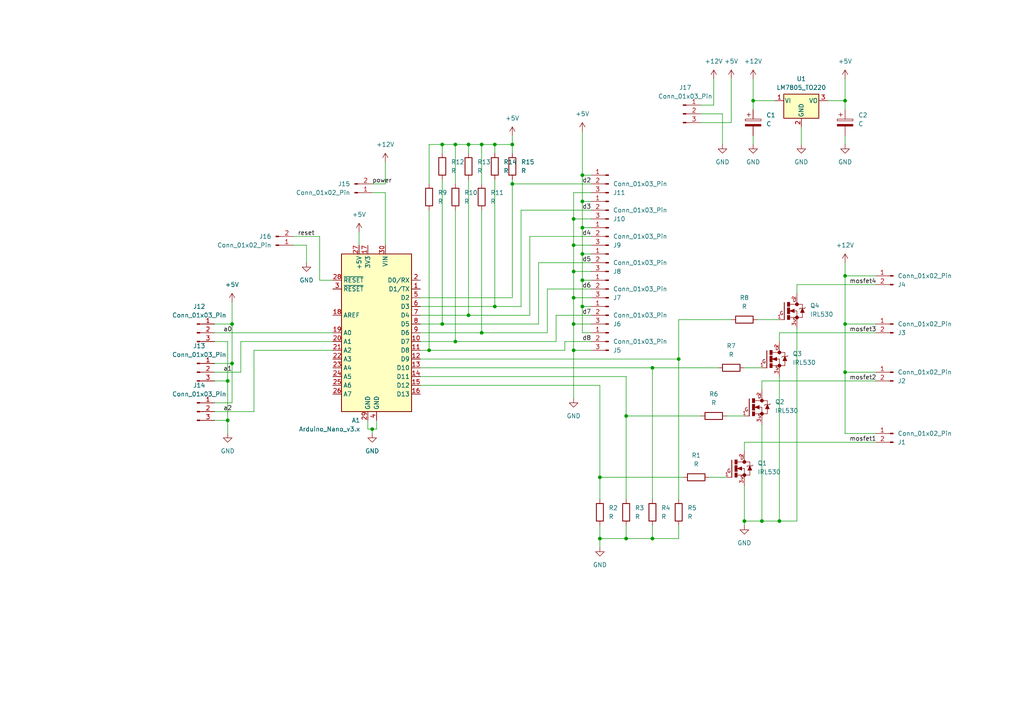
<source format=kicad_sch>
(kicad_sch (version 20230121) (generator eeschema)

  (uuid 46594868-701b-452a-a8fc-49ab0c8b8cf0)

  (paper "A4")

  (lib_symbols
    (symbol "Connector:Conn_01x02_Pin" (pin_names (offset 1.016) hide) (in_bom yes) (on_board yes)
      (property "Reference" "J" (at 0 2.54 0)
        (effects (font (size 1.27 1.27)))
      )
      (property "Value" "Conn_01x02_Pin" (at 0 -5.08 0)
        (effects (font (size 1.27 1.27)))
      )
      (property "Footprint" "" (at 0 0 0)
        (effects (font (size 1.27 1.27)) hide)
      )
      (property "Datasheet" "~" (at 0 0 0)
        (effects (font (size 1.27 1.27)) hide)
      )
      (property "ki_locked" "" (at 0 0 0)
        (effects (font (size 1.27 1.27)))
      )
      (property "ki_keywords" "connector" (at 0 0 0)
        (effects (font (size 1.27 1.27)) hide)
      )
      (property "ki_description" "Generic connector, single row, 01x02, script generated" (at 0 0 0)
        (effects (font (size 1.27 1.27)) hide)
      )
      (property "ki_fp_filters" "Connector*:*_1x??_*" (at 0 0 0)
        (effects (font (size 1.27 1.27)) hide)
      )
      (symbol "Conn_01x02_Pin_1_1"
        (polyline
          (pts
            (xy 1.27 -2.54)
            (xy 0.8636 -2.54)
          )
          (stroke (width 0.1524) (type default))
          (fill (type none))
        )
        (polyline
          (pts
            (xy 1.27 0)
            (xy 0.8636 0)
          )
          (stroke (width 0.1524) (type default))
          (fill (type none))
        )
        (rectangle (start 0.8636 -2.413) (end 0 -2.667)
          (stroke (width 0.1524) (type default))
          (fill (type outline))
        )
        (rectangle (start 0.8636 0.127) (end 0 -0.127)
          (stroke (width 0.1524) (type default))
          (fill (type outline))
        )
        (pin passive line (at 5.08 0 180) (length 3.81)
          (name "Pin_1" (effects (font (size 1.27 1.27))))
          (number "1" (effects (font (size 1.27 1.27))))
        )
        (pin passive line (at 5.08 -2.54 180) (length 3.81)
          (name "Pin_2" (effects (font (size 1.27 1.27))))
          (number "2" (effects (font (size 1.27 1.27))))
        )
      )
    )
    (symbol "Connector:Conn_01x03_Pin" (pin_names (offset 1.016) hide) (in_bom yes) (on_board yes)
      (property "Reference" "J" (at 0 5.08 0)
        (effects (font (size 1.27 1.27)))
      )
      (property "Value" "Conn_01x03_Pin" (at 0 -5.08 0)
        (effects (font (size 1.27 1.27)))
      )
      (property "Footprint" "" (at 0 0 0)
        (effects (font (size 1.27 1.27)) hide)
      )
      (property "Datasheet" "~" (at 0 0 0)
        (effects (font (size 1.27 1.27)) hide)
      )
      (property "ki_locked" "" (at 0 0 0)
        (effects (font (size 1.27 1.27)))
      )
      (property "ki_keywords" "connector" (at 0 0 0)
        (effects (font (size 1.27 1.27)) hide)
      )
      (property "ki_description" "Generic connector, single row, 01x03, script generated" (at 0 0 0)
        (effects (font (size 1.27 1.27)) hide)
      )
      (property "ki_fp_filters" "Connector*:*_1x??_*" (at 0 0 0)
        (effects (font (size 1.27 1.27)) hide)
      )
      (symbol "Conn_01x03_Pin_1_1"
        (polyline
          (pts
            (xy 1.27 -2.54)
            (xy 0.8636 -2.54)
          )
          (stroke (width 0.1524) (type default))
          (fill (type none))
        )
        (polyline
          (pts
            (xy 1.27 0)
            (xy 0.8636 0)
          )
          (stroke (width 0.1524) (type default))
          (fill (type none))
        )
        (polyline
          (pts
            (xy 1.27 2.54)
            (xy 0.8636 2.54)
          )
          (stroke (width 0.1524) (type default))
          (fill (type none))
        )
        (rectangle (start 0.8636 -2.413) (end 0 -2.667)
          (stroke (width 0.1524) (type default))
          (fill (type outline))
        )
        (rectangle (start 0.8636 0.127) (end 0 -0.127)
          (stroke (width 0.1524) (type default))
          (fill (type outline))
        )
        (rectangle (start 0.8636 2.667) (end 0 2.413)
          (stroke (width 0.1524) (type default))
          (fill (type outline))
        )
        (pin passive line (at 5.08 2.54 180) (length 3.81)
          (name "Pin_1" (effects (font (size 1.27 1.27))))
          (number "1" (effects (font (size 1.27 1.27))))
        )
        (pin passive line (at 5.08 0 180) (length 3.81)
          (name "Pin_2" (effects (font (size 1.27 1.27))))
          (number "2" (effects (font (size 1.27 1.27))))
        )
        (pin passive line (at 5.08 -2.54 180) (length 3.81)
          (name "Pin_3" (effects (font (size 1.27 1.27))))
          (number "3" (effects (font (size 1.27 1.27))))
        )
      )
    )
    (symbol "Device:C_Polarized" (pin_numbers hide) (pin_names (offset 0.254)) (in_bom yes) (on_board yes)
      (property "Reference" "C" (at 0.635 2.54 0)
        (effects (font (size 1.27 1.27)) (justify left))
      )
      (property "Value" "C_Polarized" (at 0.635 -2.54 0)
        (effects (font (size 1.27 1.27)) (justify left))
      )
      (property "Footprint" "" (at 0.9652 -3.81 0)
        (effects (font (size 1.27 1.27)) hide)
      )
      (property "Datasheet" "~" (at 0 0 0)
        (effects (font (size 1.27 1.27)) hide)
      )
      (property "ki_keywords" "cap capacitor" (at 0 0 0)
        (effects (font (size 1.27 1.27)) hide)
      )
      (property "ki_description" "Polarized capacitor" (at 0 0 0)
        (effects (font (size 1.27 1.27)) hide)
      )
      (property "ki_fp_filters" "CP_*" (at 0 0 0)
        (effects (font (size 1.27 1.27)) hide)
      )
      (symbol "C_Polarized_0_1"
        (rectangle (start -2.286 0.508) (end 2.286 1.016)
          (stroke (width 0) (type default))
          (fill (type none))
        )
        (polyline
          (pts
            (xy -1.778 2.286)
            (xy -0.762 2.286)
          )
          (stroke (width 0) (type default))
          (fill (type none))
        )
        (polyline
          (pts
            (xy -1.27 2.794)
            (xy -1.27 1.778)
          )
          (stroke (width 0) (type default))
          (fill (type none))
        )
        (rectangle (start 2.286 -0.508) (end -2.286 -1.016)
          (stroke (width 0) (type default))
          (fill (type outline))
        )
      )
      (symbol "C_Polarized_1_1"
        (pin passive line (at 0 3.81 270) (length 2.794)
          (name "~" (effects (font (size 1.27 1.27))))
          (number "1" (effects (font (size 1.27 1.27))))
        )
        (pin passive line (at 0 -3.81 90) (length 2.794)
          (name "~" (effects (font (size 1.27 1.27))))
          (number "2" (effects (font (size 1.27 1.27))))
        )
      )
    )
    (symbol "Device:R" (pin_numbers hide) (pin_names (offset 0)) (in_bom yes) (on_board yes)
      (property "Reference" "R" (at 2.032 0 90)
        (effects (font (size 1.27 1.27)))
      )
      (property "Value" "R" (at 0 0 90)
        (effects (font (size 1.27 1.27)))
      )
      (property "Footprint" "" (at -1.778 0 90)
        (effects (font (size 1.27 1.27)) hide)
      )
      (property "Datasheet" "~" (at 0 0 0)
        (effects (font (size 1.27 1.27)) hide)
      )
      (property "ki_keywords" "R res resistor" (at 0 0 0)
        (effects (font (size 1.27 1.27)) hide)
      )
      (property "ki_description" "Resistor" (at 0 0 0)
        (effects (font (size 1.27 1.27)) hide)
      )
      (property "ki_fp_filters" "R_*" (at 0 0 0)
        (effects (font (size 1.27 1.27)) hide)
      )
      (symbol "R_0_1"
        (rectangle (start -1.016 -2.54) (end 1.016 2.54)
          (stroke (width 0.254) (type default))
          (fill (type none))
        )
      )
      (symbol "R_1_1"
        (pin passive line (at 0 3.81 270) (length 1.27)
          (name "~" (effects (font (size 1.27 1.27))))
          (number "1" (effects (font (size 1.27 1.27))))
        )
        (pin passive line (at 0 -3.81 90) (length 1.27)
          (name "~" (effects (font (size 1.27 1.27))))
          (number "2" (effects (font (size 1.27 1.27))))
        )
      )
    )
    (symbol "IRL530:IRL530" (pin_names (offset 1.016)) (in_bom yes) (on_board yes)
      (property "Reference" "Q" (at 6.35 0 0)
        (effects (font (size 1.27 1.27)) (justify left bottom))
      )
      (property "Value" "IRL530" (at 6.35 -2.54 0)
        (effects (font (size 1.27 1.27)) (justify left bottom))
      )
      (property "Footprint" "" (at 0 0 0)
        (effects (font (size 1.27 1.27)) hide)
      )
      (property "Datasheet" "" (at 0 0 0)
        (effects (font (size 1.27 1.27)) hide)
      )
      (property "MF" "Vishay / Siliconix" (at 0 0 0)
        (effects (font (size 1.27 1.27)) (justify bottom) hide)
      )
      (property "Description" "\nN-Channel 100 V 15A (Tc) 88W (Tc) Through Hole TO-220AB\n" (at 0 0 0)
        (effects (font (size 1.27 1.27)) (justify bottom) hide)
      )
      (property "Package" "TO-220-3 Vishay" (at 0 0 0)
        (effects (font (size 1.27 1.27)) (justify bottom) hide)
      )
      (property "Price" "None" (at 0 0 0)
        (effects (font (size 1.27 1.27)) (justify bottom) hide)
      )
      (property "SnapEDA_Link" "https://www.snapeda.com/parts/IRL530/Vishay+Siliconix/view-part/?ref=snap" (at 0 0 0)
        (effects (font (size 1.27 1.27)) (justify bottom) hide)
      )
      (property "MP" "IRL530" (at 0 0 0)
        (effects (font (size 1.27 1.27)) (justify bottom) hide)
      )
      (property "Purchase-URL" "https://www.snapeda.com/api/url_track_click_mouser/?unipart_id=4223030&manufacturer=Vishay / Siliconix&part_name=IRL530&search_term=None" (at 0 0 0)
        (effects (font (size 1.27 1.27)) (justify bottom) hide)
      )
      (property "Availability" "In Stock" (at 0 0 0)
        (effects (font (size 1.27 1.27)) (justify bottom) hide)
      )
      (property "Check_prices" "https://www.snapeda.com/parts/IRL530/Vishay+Siliconix/view-part/?ref=eda" (at 0 0 0)
        (effects (font (size 1.27 1.27)) (justify bottom) hide)
      )
      (symbol "IRL530_0_0"
        (rectangle (start -0.254 -2.54) (end 0.508 -1.27)
          (stroke (width 0.1) (type default))
          (fill (type outline))
        )
        (rectangle (start -0.254 -0.889) (end 0.508 0.889)
          (stroke (width 0.1) (type default))
          (fill (type outline))
        )
        (rectangle (start -0.254 1.27) (end 0.508 2.54)
          (stroke (width 0.1) (type default))
          (fill (type outline))
        )
        (polyline
          (pts
            (xy -1.1176 -2.54)
            (xy -2.54 -2.54)
          )
          (stroke (width 0.1524) (type default))
          (fill (type none))
        )
        (polyline
          (pts
            (xy -1.1176 2.413)
            (xy -1.1176 -2.54)
          )
          (stroke (width 0.254) (type default))
          (fill (type none))
        )
        (polyline
          (pts
            (xy 0.508 -1.905)
            (xy 2.54 -1.905)
          )
          (stroke (width 0.1524) (type default))
          (fill (type none))
        )
        (polyline
          (pts
            (xy 0.508 0)
            (xy 1.778 -0.508)
          )
          (stroke (width 0.1524) (type default))
          (fill (type none))
        )
        (polyline
          (pts
            (xy 0.762 0)
            (xy 1.651 -0.254)
          )
          (stroke (width 0.3048) (type default))
          (fill (type none))
        )
        (polyline
          (pts
            (xy 1.651 -0.254)
            (xy 1.651 0)
          )
          (stroke (width 0.3048) (type default))
          (fill (type none))
        )
        (polyline
          (pts
            (xy 1.651 0)
            (xy 1.397 0)
          )
          (stroke (width 0.3048) (type default))
          (fill (type none))
        )
        (polyline
          (pts
            (xy 1.651 0)
            (xy 2.54 0)
          )
          (stroke (width 0.1524) (type default))
          (fill (type none))
        )
        (polyline
          (pts
            (xy 1.651 0.254)
            (xy 0.762 0)
          )
          (stroke (width 0.3048) (type default))
          (fill (type none))
        )
        (polyline
          (pts
            (xy 1.778 -0.508)
            (xy 1.778 0.508)
          )
          (stroke (width 0.1524) (type default))
          (fill (type none))
        )
        (polyline
          (pts
            (xy 1.778 0.508)
            (xy 0.508 0)
          )
          (stroke (width 0.1524) (type default))
          (fill (type none))
        )
        (polyline
          (pts
            (xy 2.54 -1.905)
            (xy 2.54 -2.54)
          )
          (stroke (width 0.1524) (type default))
          (fill (type none))
        )
        (polyline
          (pts
            (xy 2.54 0)
            (xy 2.54 -1.905)
          )
          (stroke (width 0.1524) (type default))
          (fill (type none))
        )
        (polyline
          (pts
            (xy 2.54 1.905)
            (xy 0.5334 1.905)
          )
          (stroke (width 0.1524) (type default))
          (fill (type none))
        )
        (polyline
          (pts
            (xy 2.54 1.905)
            (xy 4.1275 1.905)
          )
          (stroke (width 0.1524) (type default))
          (fill (type none))
        )
        (polyline
          (pts
            (xy 2.54 2.54)
            (xy 2.54 1.905)
          )
          (stroke (width 0.1524) (type default))
          (fill (type none))
        )
        (polyline
          (pts
            (xy 3.4925 0.762)
            (xy 3.2385 0.508)
          )
          (stroke (width 0.1524) (type default))
          (fill (type none))
        )
        (polyline
          (pts
            (xy 3.4925 0.762)
            (xy 4.1275 0.762)
          )
          (stroke (width 0.1524) (type default))
          (fill (type none))
        )
        (polyline
          (pts
            (xy 3.5719 -0.4763)
            (xy 4.1275 -0.4763)
          )
          (stroke (width 0.1524) (type default))
          (fill (type none))
        )
        (polyline
          (pts
            (xy 4.1275 -1.905)
            (xy 2.54 -1.905)
          )
          (stroke (width 0.1524) (type default))
          (fill (type none))
        )
        (polyline
          (pts
            (xy 4.1275 -0.4763)
            (xy 4.1275 -1.905)
          )
          (stroke (width 0.1524) (type default))
          (fill (type none))
        )
        (polyline
          (pts
            (xy 4.1275 -0.4763)
            (xy 4.6831 -0.4763)
          )
          (stroke (width 0.1524) (type default))
          (fill (type none))
        )
        (polyline
          (pts
            (xy 4.1275 0.762)
            (xy 3.5719 -0.4763)
          )
          (stroke (width 0.1524) (type default))
          (fill (type none))
        )
        (polyline
          (pts
            (xy 4.1275 0.762)
            (xy 4.7625 0.762)
          )
          (stroke (width 0.1524) (type default))
          (fill (type none))
        )
        (polyline
          (pts
            (xy 4.1275 1.905)
            (xy 4.1275 0.762)
          )
          (stroke (width 0.1524) (type default))
          (fill (type none))
        )
        (polyline
          (pts
            (xy 4.6831 -0.4763)
            (xy 4.1275 0.762)
          )
          (stroke (width 0.1524) (type default))
          (fill (type none))
        )
        (polyline
          (pts
            (xy 4.7625 0.762)
            (xy 5.0165 1.016)
          )
          (stroke (width 0.1524) (type default))
          (fill (type none))
        )
        (polyline
          (pts
            (xy 4.1275 0.635)
            (xy 3.6513 -0.3969)
            (xy 4.6038 -0.3969)
            (xy 4.1275 0.635)
          )
          (stroke (width 0.1524) (type default))
          (fill (type outline))
        )
        (circle (center 2.54 -1.905) (radius 0.127)
          (stroke (width 0.4064) (type default))
          (fill (type none))
        )
        (circle (center 2.54 1.905) (radius 0.127)
          (stroke (width 0.4064) (type default))
          (fill (type none))
        )
        (text "D" (at 1.27 2.54 0)
          (effects (font (size 1.016 1.016)) (justify left bottom))
        )
        (text "G" (at -2.54 -1.27 0)
          (effects (font (size 1.016 1.016)) (justify left bottom))
        )
        (text "S" (at 1.27 -3.175 0)
          (effects (font (size 1.016 1.016)) (justify left bottom))
        )
        (pin passive line (at -2.54 -2.54 0) (length 0)
          (name "~" (effects (font (size 1.016 1.016))))
          (number "1" (effects (font (size 1.016 1.016))))
        )
        (pin passive line (at 2.54 5.08 270) (length 2.54)
          (name "~" (effects (font (size 1.016 1.016))))
          (number "2" (effects (font (size 1.016 1.016))))
        )
        (pin passive line (at 2.54 -5.08 90) (length 2.54)
          (name "~" (effects (font (size 1.016 1.016))))
          (number "3" (effects (font (size 1.016 1.016))))
        )
      )
    )
    (symbol "MCU_Module:Arduino_Nano_v3.x" (in_bom yes) (on_board yes)
      (property "Reference" "A" (at -10.16 23.495 0)
        (effects (font (size 1.27 1.27)) (justify left bottom))
      )
      (property "Value" "Arduino_Nano_v3.x" (at 5.08 -24.13 0)
        (effects (font (size 1.27 1.27)) (justify left top))
      )
      (property "Footprint" "Module:Arduino_Nano" (at 0 0 0)
        (effects (font (size 1.27 1.27) italic) hide)
      )
      (property "Datasheet" "http://www.mouser.com/pdfdocs/Gravitech_Arduino_Nano3_0.pdf" (at 0 0 0)
        (effects (font (size 1.27 1.27)) hide)
      )
      (property "ki_keywords" "Arduino nano microcontroller module USB" (at 0 0 0)
        (effects (font (size 1.27 1.27)) hide)
      )
      (property "ki_description" "Arduino Nano v3.x" (at 0 0 0)
        (effects (font (size 1.27 1.27)) hide)
      )
      (property "ki_fp_filters" "Arduino*Nano*" (at 0 0 0)
        (effects (font (size 1.27 1.27)) hide)
      )
      (symbol "Arduino_Nano_v3.x_0_1"
        (rectangle (start -10.16 22.86) (end 10.16 -22.86)
          (stroke (width 0.254) (type default))
          (fill (type background))
        )
      )
      (symbol "Arduino_Nano_v3.x_1_1"
        (pin bidirectional line (at -12.7 12.7 0) (length 2.54)
          (name "D1/TX" (effects (font (size 1.27 1.27))))
          (number "1" (effects (font (size 1.27 1.27))))
        )
        (pin bidirectional line (at -12.7 -2.54 0) (length 2.54)
          (name "D7" (effects (font (size 1.27 1.27))))
          (number "10" (effects (font (size 1.27 1.27))))
        )
        (pin bidirectional line (at -12.7 -5.08 0) (length 2.54)
          (name "D8" (effects (font (size 1.27 1.27))))
          (number "11" (effects (font (size 1.27 1.27))))
        )
        (pin bidirectional line (at -12.7 -7.62 0) (length 2.54)
          (name "D9" (effects (font (size 1.27 1.27))))
          (number "12" (effects (font (size 1.27 1.27))))
        )
        (pin bidirectional line (at -12.7 -10.16 0) (length 2.54)
          (name "D10" (effects (font (size 1.27 1.27))))
          (number "13" (effects (font (size 1.27 1.27))))
        )
        (pin bidirectional line (at -12.7 -12.7 0) (length 2.54)
          (name "D11" (effects (font (size 1.27 1.27))))
          (number "14" (effects (font (size 1.27 1.27))))
        )
        (pin bidirectional line (at -12.7 -15.24 0) (length 2.54)
          (name "D12" (effects (font (size 1.27 1.27))))
          (number "15" (effects (font (size 1.27 1.27))))
        )
        (pin bidirectional line (at -12.7 -17.78 0) (length 2.54)
          (name "D13" (effects (font (size 1.27 1.27))))
          (number "16" (effects (font (size 1.27 1.27))))
        )
        (pin power_out line (at 2.54 25.4 270) (length 2.54)
          (name "3V3" (effects (font (size 1.27 1.27))))
          (number "17" (effects (font (size 1.27 1.27))))
        )
        (pin input line (at 12.7 5.08 180) (length 2.54)
          (name "AREF" (effects (font (size 1.27 1.27))))
          (number "18" (effects (font (size 1.27 1.27))))
        )
        (pin bidirectional line (at 12.7 0 180) (length 2.54)
          (name "A0" (effects (font (size 1.27 1.27))))
          (number "19" (effects (font (size 1.27 1.27))))
        )
        (pin bidirectional line (at -12.7 15.24 0) (length 2.54)
          (name "D0/RX" (effects (font (size 1.27 1.27))))
          (number "2" (effects (font (size 1.27 1.27))))
        )
        (pin bidirectional line (at 12.7 -2.54 180) (length 2.54)
          (name "A1" (effects (font (size 1.27 1.27))))
          (number "20" (effects (font (size 1.27 1.27))))
        )
        (pin bidirectional line (at 12.7 -5.08 180) (length 2.54)
          (name "A2" (effects (font (size 1.27 1.27))))
          (number "21" (effects (font (size 1.27 1.27))))
        )
        (pin bidirectional line (at 12.7 -7.62 180) (length 2.54)
          (name "A3" (effects (font (size 1.27 1.27))))
          (number "22" (effects (font (size 1.27 1.27))))
        )
        (pin bidirectional line (at 12.7 -10.16 180) (length 2.54)
          (name "A4" (effects (font (size 1.27 1.27))))
          (number "23" (effects (font (size 1.27 1.27))))
        )
        (pin bidirectional line (at 12.7 -12.7 180) (length 2.54)
          (name "A5" (effects (font (size 1.27 1.27))))
          (number "24" (effects (font (size 1.27 1.27))))
        )
        (pin bidirectional line (at 12.7 -15.24 180) (length 2.54)
          (name "A6" (effects (font (size 1.27 1.27))))
          (number "25" (effects (font (size 1.27 1.27))))
        )
        (pin bidirectional line (at 12.7 -17.78 180) (length 2.54)
          (name "A7" (effects (font (size 1.27 1.27))))
          (number "26" (effects (font (size 1.27 1.27))))
        )
        (pin power_out line (at 5.08 25.4 270) (length 2.54)
          (name "+5V" (effects (font (size 1.27 1.27))))
          (number "27" (effects (font (size 1.27 1.27))))
        )
        (pin input line (at 12.7 15.24 180) (length 2.54)
          (name "~{RESET}" (effects (font (size 1.27 1.27))))
          (number "28" (effects (font (size 1.27 1.27))))
        )
        (pin power_in line (at 2.54 -25.4 90) (length 2.54)
          (name "GND" (effects (font (size 1.27 1.27))))
          (number "29" (effects (font (size 1.27 1.27))))
        )
        (pin input line (at 12.7 12.7 180) (length 2.54)
          (name "~{RESET}" (effects (font (size 1.27 1.27))))
          (number "3" (effects (font (size 1.27 1.27))))
        )
        (pin power_in line (at -2.54 25.4 270) (length 2.54)
          (name "VIN" (effects (font (size 1.27 1.27))))
          (number "30" (effects (font (size 1.27 1.27))))
        )
        (pin power_in line (at 0 -25.4 90) (length 2.54)
          (name "GND" (effects (font (size 1.27 1.27))))
          (number "4" (effects (font (size 1.27 1.27))))
        )
        (pin bidirectional line (at -12.7 10.16 0) (length 2.54)
          (name "D2" (effects (font (size 1.27 1.27))))
          (number "5" (effects (font (size 1.27 1.27))))
        )
        (pin bidirectional line (at -12.7 7.62 0) (length 2.54)
          (name "D3" (effects (font (size 1.27 1.27))))
          (number "6" (effects (font (size 1.27 1.27))))
        )
        (pin bidirectional line (at -12.7 5.08 0) (length 2.54)
          (name "D4" (effects (font (size 1.27 1.27))))
          (number "7" (effects (font (size 1.27 1.27))))
        )
        (pin bidirectional line (at -12.7 2.54 0) (length 2.54)
          (name "D5" (effects (font (size 1.27 1.27))))
          (number "8" (effects (font (size 1.27 1.27))))
        )
        (pin bidirectional line (at -12.7 0 0) (length 2.54)
          (name "D6" (effects (font (size 1.27 1.27))))
          (number "9" (effects (font (size 1.27 1.27))))
        )
      )
    )
    (symbol "Regulator_Linear:LM7805_TO220" (pin_names (offset 0.254)) (in_bom yes) (on_board yes)
      (property "Reference" "U" (at -3.81 3.175 0)
        (effects (font (size 1.27 1.27)))
      )
      (property "Value" "LM7805_TO220" (at 0 3.175 0)
        (effects (font (size 1.27 1.27)) (justify left))
      )
      (property "Footprint" "Package_TO_SOT_THT:TO-220-3_Vertical" (at 0 5.715 0)
        (effects (font (size 1.27 1.27) italic) hide)
      )
      (property "Datasheet" "https://www.onsemi.cn/PowerSolutions/document/MC7800-D.PDF" (at 0 -1.27 0)
        (effects (font (size 1.27 1.27)) hide)
      )
      (property "ki_keywords" "Voltage Regulator 1A Positive" (at 0 0 0)
        (effects (font (size 1.27 1.27)) hide)
      )
      (property "ki_description" "Positive 1A 35V Linear Regulator, Fixed Output 5V, TO-220" (at 0 0 0)
        (effects (font (size 1.27 1.27)) hide)
      )
      (property "ki_fp_filters" "TO?220*" (at 0 0 0)
        (effects (font (size 1.27 1.27)) hide)
      )
      (symbol "LM7805_TO220_0_1"
        (rectangle (start -5.08 1.905) (end 5.08 -5.08)
          (stroke (width 0.254) (type default))
          (fill (type background))
        )
      )
      (symbol "LM7805_TO220_1_1"
        (pin power_in line (at -7.62 0 0) (length 2.54)
          (name "VI" (effects (font (size 1.27 1.27))))
          (number "1" (effects (font (size 1.27 1.27))))
        )
        (pin power_in line (at 0 -7.62 90) (length 2.54)
          (name "GND" (effects (font (size 1.27 1.27))))
          (number "2" (effects (font (size 1.27 1.27))))
        )
        (pin power_out line (at 7.62 0 180) (length 2.54)
          (name "VO" (effects (font (size 1.27 1.27))))
          (number "3" (effects (font (size 1.27 1.27))))
        )
      )
    )
    (symbol "power:+12V" (power) (pin_names (offset 0)) (in_bom yes) (on_board yes)
      (property "Reference" "#PWR" (at 0 -3.81 0)
        (effects (font (size 1.27 1.27)) hide)
      )
      (property "Value" "+12V" (at 0 3.556 0)
        (effects (font (size 1.27 1.27)))
      )
      (property "Footprint" "" (at 0 0 0)
        (effects (font (size 1.27 1.27)) hide)
      )
      (property "Datasheet" "" (at 0 0 0)
        (effects (font (size 1.27 1.27)) hide)
      )
      (property "ki_keywords" "global power" (at 0 0 0)
        (effects (font (size 1.27 1.27)) hide)
      )
      (property "ki_description" "Power symbol creates a global label with name \"+12V\"" (at 0 0 0)
        (effects (font (size 1.27 1.27)) hide)
      )
      (symbol "+12V_0_1"
        (polyline
          (pts
            (xy -0.762 1.27)
            (xy 0 2.54)
          )
          (stroke (width 0) (type default))
          (fill (type none))
        )
        (polyline
          (pts
            (xy 0 0)
            (xy 0 2.54)
          )
          (stroke (width 0) (type default))
          (fill (type none))
        )
        (polyline
          (pts
            (xy 0 2.54)
            (xy 0.762 1.27)
          )
          (stroke (width 0) (type default))
          (fill (type none))
        )
      )
      (symbol "+12V_1_1"
        (pin power_in line (at 0 0 90) (length 0) hide
          (name "+12V" (effects (font (size 1.27 1.27))))
          (number "1" (effects (font (size 1.27 1.27))))
        )
      )
    )
    (symbol "power:+5V" (power) (pin_names (offset 0)) (in_bom yes) (on_board yes)
      (property "Reference" "#PWR" (at 0 -3.81 0)
        (effects (font (size 1.27 1.27)) hide)
      )
      (property "Value" "+5V" (at 0 3.556 0)
        (effects (font (size 1.27 1.27)))
      )
      (property "Footprint" "" (at 0 0 0)
        (effects (font (size 1.27 1.27)) hide)
      )
      (property "Datasheet" "" (at 0 0 0)
        (effects (font (size 1.27 1.27)) hide)
      )
      (property "ki_keywords" "global power" (at 0 0 0)
        (effects (font (size 1.27 1.27)) hide)
      )
      (property "ki_description" "Power symbol creates a global label with name \"+5V\"" (at 0 0 0)
        (effects (font (size 1.27 1.27)) hide)
      )
      (symbol "+5V_0_1"
        (polyline
          (pts
            (xy -0.762 1.27)
            (xy 0 2.54)
          )
          (stroke (width 0) (type default))
          (fill (type none))
        )
        (polyline
          (pts
            (xy 0 0)
            (xy 0 2.54)
          )
          (stroke (width 0) (type default))
          (fill (type none))
        )
        (polyline
          (pts
            (xy 0 2.54)
            (xy 0.762 1.27)
          )
          (stroke (width 0) (type default))
          (fill (type none))
        )
      )
      (symbol "+5V_1_1"
        (pin power_in line (at 0 0 90) (length 0) hide
          (name "+5V" (effects (font (size 1.27 1.27))))
          (number "1" (effects (font (size 1.27 1.27))))
        )
      )
    )
    (symbol "power:GND" (power) (pin_names (offset 0)) (in_bom yes) (on_board yes)
      (property "Reference" "#PWR" (at 0 -6.35 0)
        (effects (font (size 1.27 1.27)) hide)
      )
      (property "Value" "GND" (at 0 -3.81 0)
        (effects (font (size 1.27 1.27)))
      )
      (property "Footprint" "" (at 0 0 0)
        (effects (font (size 1.27 1.27)) hide)
      )
      (property "Datasheet" "" (at 0 0 0)
        (effects (font (size 1.27 1.27)) hide)
      )
      (property "ki_keywords" "global power" (at 0 0 0)
        (effects (font (size 1.27 1.27)) hide)
      )
      (property "ki_description" "Power symbol creates a global label with name \"GND\" , ground" (at 0 0 0)
        (effects (font (size 1.27 1.27)) hide)
      )
      (symbol "GND_0_1"
        (polyline
          (pts
            (xy 0 0)
            (xy 0 -1.27)
            (xy 1.27 -1.27)
            (xy 0 -2.54)
            (xy -1.27 -1.27)
            (xy 0 -1.27)
          )
          (stroke (width 0) (type default))
          (fill (type none))
        )
      )
      (symbol "GND_1_1"
        (pin power_in line (at 0 0 270) (length 0) hide
          (name "GND" (effects (font (size 1.27 1.27))))
          (number "1" (effects (font (size 1.27 1.27))))
        )
      )
    )
  )

  (junction (at 173.99 156.21) (diameter 0) (color 0 0 0 0)
    (uuid 07b84b97-f118-4fe7-a867-3eed34741968)
  )
  (junction (at 245.11 93.98) (diameter 0) (color 0 0 0 0)
    (uuid 0a6729d8-e36f-4732-adf9-d704de7c1b01)
  )
  (junction (at 107.95 124.46) (diameter 0) (color 0 0 0 0)
    (uuid 12a5fd13-9975-41ba-916d-20e12f3beb75)
  )
  (junction (at 132.08 41.91) (diameter 0) (color 0 0 0 0)
    (uuid 12fa7204-6051-4283-b558-b4b88beedad3)
  )
  (junction (at 166.37 78.74) (diameter 0) (color 0 0 0 0)
    (uuid 15003f9a-67a4-460a-8f2d-39264392751a)
  )
  (junction (at 135.89 41.91) (diameter 0) (color 0 0 0 0)
    (uuid 1db10a3b-9faf-4a30-98e5-5691d3be8c50)
  )
  (junction (at 168.91 81.28) (diameter 0) (color 0 0 0 0)
    (uuid 1dd07b1b-56bc-4c09-b4d3-9413b6c3966a)
  )
  (junction (at 66.04 110.49) (diameter 0) (color 0 0 0 0)
    (uuid 22fdc1ed-a2f5-4fb6-bd56-5ec6a03f807e)
  )
  (junction (at 220.98 151.13) (diameter 0) (color 0 0 0 0)
    (uuid 244270b6-bfeb-4cfd-bf23-a94780201caa)
  )
  (junction (at 132.08 99.06) (diameter 0) (color 0 0 0 0)
    (uuid 2b9ee967-23d4-4839-8e20-4706952dd190)
  )
  (junction (at 168.91 58.42) (diameter 0) (color 0 0 0 0)
    (uuid 2f6af952-a976-4161-affa-a3670dd84ca0)
  )
  (junction (at 245.11 107.95) (diameter 0) (color 0 0 0 0)
    (uuid 2f95239b-ce82-4056-8c09-cdade7d49b91)
  )
  (junction (at 166.37 86.36) (diameter 0) (color 0 0 0 0)
    (uuid 3084f789-82b2-494b-819b-09b367cc7775)
  )
  (junction (at 143.51 41.91) (diameter 0) (color 0 0 0 0)
    (uuid 36f09362-832c-4618-9a12-35dc1b2cdd65)
  )
  (junction (at 124.46 101.6) (diameter 0) (color 0 0 0 0)
    (uuid 3e99d67a-444d-44f7-9a6b-057b574ba6ca)
  )
  (junction (at 245.11 29.21) (diameter 0) (color 0 0 0 0)
    (uuid 3eb33ca9-3374-4814-9bdd-b941226bd074)
  )
  (junction (at 168.91 50.8) (diameter 0) (color 0 0 0 0)
    (uuid 4f0f83f0-1bf5-4ac1-b1bd-03d2bddd17ee)
  )
  (junction (at 128.27 41.91) (diameter 0) (color 0 0 0 0)
    (uuid 552603a4-5f49-4ddd-bdd4-aa708c9b8869)
  )
  (junction (at 189.23 106.68) (diameter 0) (color 0 0 0 0)
    (uuid 5601b4de-af05-4966-a4f3-a9569011c17b)
  )
  (junction (at 166.37 63.5) (diameter 0) (color 0 0 0 0)
    (uuid 5be182bb-aa9e-44ce-932e-f06dabf1121d)
  )
  (junction (at 181.61 120.65) (diameter 0) (color 0 0 0 0)
    (uuid 60b76a16-1a19-4365-a1d2-4232e2f8ce79)
  )
  (junction (at 128.27 93.98) (diameter 0) (color 0 0 0 0)
    (uuid 64f195f0-40b0-42d2-b550-3cd73476105c)
  )
  (junction (at 168.91 73.66) (diameter 0) (color 0 0 0 0)
    (uuid 65554d67-d132-4da6-a2e5-6d8bb04738fb)
  )
  (junction (at 215.9 151.13) (diameter 0) (color 0 0 0 0)
    (uuid 6bde0764-80ff-42d3-b2f2-6eb30f0e849d)
  )
  (junction (at 148.59 41.91) (diameter 0) (color 0 0 0 0)
    (uuid 6d66e60a-51f0-4c4b-9d9d-e1456762be61)
  )
  (junction (at 166.37 101.6) (diameter 0) (color 0 0 0 0)
    (uuid 70c42150-0d7e-4ad9-9745-704a6e8ef2c9)
  )
  (junction (at 66.04 121.92) (diameter 0) (color 0 0 0 0)
    (uuid 789b3d08-998f-4832-ab9b-b1b059e699a2)
  )
  (junction (at 139.7 41.91) (diameter 0) (color 0 0 0 0)
    (uuid 7fca753a-fd5a-49f4-abcf-a7938328821f)
  )
  (junction (at 189.23 156.21) (diameter 0) (color 0 0 0 0)
    (uuid 86df7e21-4c1f-45ed-80b9-e2900adf627a)
  )
  (junction (at 168.91 66.04) (diameter 0) (color 0 0 0 0)
    (uuid 88911ef4-9420-4a72-a263-3ca89fce1806)
  )
  (junction (at 67.31 105.41) (diameter 0) (color 0 0 0 0)
    (uuid 88c8cab9-603e-4595-9ad0-009385e4f37b)
  )
  (junction (at 135.89 91.44) (diameter 0) (color 0 0 0 0)
    (uuid 89e0fa1b-169e-4534-8585-6ab5fa64fa53)
  )
  (junction (at 226.06 151.13) (diameter 0) (color 0 0 0 0)
    (uuid 89e2ed66-a905-46f1-87cf-0061b5c0494b)
  )
  (junction (at 173.99 138.43) (diameter 0) (color 0 0 0 0)
    (uuid 8c0a52f7-0b93-4886-ae7c-3cf9968c2729)
  )
  (junction (at 139.7 96.52) (diameter 0) (color 0 0 0 0)
    (uuid 91959461-41bf-452d-967e-6942ec6713f8)
  )
  (junction (at 196.85 104.14) (diameter 0) (color 0 0 0 0)
    (uuid 9650a95f-9758-46e0-89cc-c3dca2d287a4)
  )
  (junction (at 218.44 29.21) (diameter 0) (color 0 0 0 0)
    (uuid 9af0ecc2-954f-4520-bae0-c70dd9433007)
  )
  (junction (at 245.11 80.01) (diameter 0) (color 0 0 0 0)
    (uuid b267cb43-20e6-444b-95be-bc001a1c3309)
  )
  (junction (at 67.31 93.98) (diameter 0) (color 0 0 0 0)
    (uuid b27f6a15-2aae-4cd7-a675-bd94a8312d06)
  )
  (junction (at 166.37 93.98) (diameter 0) (color 0 0 0 0)
    (uuid b3c6df6d-3473-4867-b275-a6e6e29ef82b)
  )
  (junction (at 143.51 88.9) (diameter 0) (color 0 0 0 0)
    (uuid c3afa0e6-fb46-4c42-a23d-e0bbe215beac)
  )
  (junction (at 181.61 156.21) (diameter 0) (color 0 0 0 0)
    (uuid d0a172ea-df42-4295-b41f-4b71a189a035)
  )
  (junction (at 166.37 71.12) (diameter 0) (color 0 0 0 0)
    (uuid dd2752f8-d239-4087-a2ca-4164f782184e)
  )
  (junction (at 168.91 88.9) (diameter 0) (color 0 0 0 0)
    (uuid e0113c4f-df1b-4f93-afae-c0f753b91e8e)
  )
  (junction (at 148.59 53.34) (diameter 0) (color 0 0 0 0)
    (uuid ed81c169-f0cd-4f06-b71b-c9a4035ea897)
  )

  (wire (pts (xy 215.9 140.97) (xy 215.9 151.13))
    (stroke (width 0) (type default))
    (uuid 0059b0b0-1351-4ce0-9ab0-368293e56444)
  )
  (wire (pts (xy 166.37 63.5) (xy 166.37 55.88))
    (stroke (width 0) (type default))
    (uuid 06399878-9b30-49a6-838a-2d400e1fe3b3)
  )
  (wire (pts (xy 121.92 96.52) (xy 139.7 96.52))
    (stroke (width 0) (type default))
    (uuid 064aa338-8646-46fa-9289-6a6f71ff01c6)
  )
  (wire (pts (xy 168.91 50.8) (xy 171.45 50.8))
    (stroke (width 0) (type default))
    (uuid 0657afb4-6cf3-4280-8f6a-f4b44fafdedc)
  )
  (wire (pts (xy 166.37 71.12) (xy 166.37 63.5))
    (stroke (width 0) (type default))
    (uuid 06b101cc-6ed3-418a-81ed-5c15fe092d6e)
  )
  (wire (pts (xy 158.75 83.82) (xy 171.45 83.82))
    (stroke (width 0) (type default))
    (uuid 06d30b3e-158d-4c9e-b1b7-613ca81fd3d3)
  )
  (wire (pts (xy 173.99 111.76) (xy 173.99 138.43))
    (stroke (width 0) (type default))
    (uuid 07d8e3ed-64fc-486a-957b-fe2f50d4c59f)
  )
  (wire (pts (xy 203.2 33.02) (xy 209.55 33.02))
    (stroke (width 0) (type default))
    (uuid 0841d8c5-8452-433d-8b86-c5dde164341d)
  )
  (wire (pts (xy 210.82 120.65) (xy 215.9 120.65))
    (stroke (width 0) (type default))
    (uuid 0852124f-1910-48f6-818b-c6ed18d3b621)
  )
  (wire (pts (xy 128.27 41.91) (xy 128.27 44.45))
    (stroke (width 0) (type default))
    (uuid 09223017-b03e-4508-a0f7-c37d76cebf57)
  )
  (wire (pts (xy 106.68 121.92) (xy 106.68 124.46))
    (stroke (width 0) (type default))
    (uuid 09c3920c-41b1-4b98-8ab3-9eb9d3eee694)
  )
  (wire (pts (xy 181.61 156.21) (xy 173.99 156.21))
    (stroke (width 0) (type default))
    (uuid 0a679574-677b-4ef8-a236-8ee7edbffd36)
  )
  (wire (pts (xy 135.89 91.44) (xy 153.67 91.44))
    (stroke (width 0) (type default))
    (uuid 0aa385dc-8a5d-4461-ab80-7c7e87a2c157)
  )
  (wire (pts (xy 148.59 52.07) (xy 148.59 53.34))
    (stroke (width 0) (type default))
    (uuid 10823ea1-375e-4c1a-86f0-519e52c9a144)
  )
  (wire (pts (xy 158.75 96.52) (xy 158.75 83.82))
    (stroke (width 0) (type default))
    (uuid 108bbe81-97e4-48b2-8538-e2517285906b)
  )
  (wire (pts (xy 168.91 88.9) (xy 171.45 88.9))
    (stroke (width 0) (type default))
    (uuid 134b4b5a-69cf-4446-af35-c0395e4d250c)
  )
  (wire (pts (xy 66.04 110.49) (xy 66.04 121.92))
    (stroke (width 0) (type default))
    (uuid 14044ef1-753c-417f-a56f-6288b6bb0e5a)
  )
  (wire (pts (xy 207.01 30.48) (xy 203.2 30.48))
    (stroke (width 0) (type default))
    (uuid 1413d791-60f5-420e-ac23-9b49f6afd6b5)
  )
  (wire (pts (xy 62.23 107.95) (xy 69.85 107.95))
    (stroke (width 0) (type default))
    (uuid 18fe33f1-67e2-47bb-bd70-9102baecdbb8)
  )
  (wire (pts (xy 245.11 80.01) (xy 254 80.01))
    (stroke (width 0) (type default))
    (uuid 1a16a85c-2bcf-4bc7-8f07-972c65554cdb)
  )
  (wire (pts (xy 132.08 41.91) (xy 128.27 41.91))
    (stroke (width 0) (type default))
    (uuid 1a3f0c3f-a1ef-4bef-8e2f-115ebf7443ca)
  )
  (wire (pts (xy 181.61 152.4) (xy 181.61 156.21))
    (stroke (width 0) (type default))
    (uuid 1aa6d998-651f-452b-9d3c-8278053182ea)
  )
  (wire (pts (xy 166.37 86.36) (xy 171.45 86.36))
    (stroke (width 0) (type default))
    (uuid 1d03372a-ef6b-4bf6-bb71-7428ba5f789f)
  )
  (wire (pts (xy 67.31 105.41) (xy 67.31 116.84))
    (stroke (width 0) (type default))
    (uuid 20abe394-c7ad-4004-a087-479217dad436)
  )
  (wire (pts (xy 166.37 71.12) (xy 171.45 71.12))
    (stroke (width 0) (type default))
    (uuid 26428a70-ac3b-444b-a814-172f98c68c69)
  )
  (wire (pts (xy 69.85 107.95) (xy 69.85 99.06))
    (stroke (width 0) (type default))
    (uuid 279d9061-b80f-4d66-bd61-242a1296050a)
  )
  (wire (pts (xy 196.85 156.21) (xy 189.23 156.21))
    (stroke (width 0) (type default))
    (uuid 27c73dd1-3bd5-47ee-abd1-4c88793b4de6)
  )
  (wire (pts (xy 254 125.73) (xy 245.11 125.73))
    (stroke (width 0) (type default))
    (uuid 2829d90a-0495-41d0-a559-bb0e61a1ff5f)
  )
  (wire (pts (xy 62.23 116.84) (xy 67.31 116.84))
    (stroke (width 0) (type default))
    (uuid 28b6d30c-395f-4cad-8f9b-3745fc27075e)
  )
  (wire (pts (xy 173.99 156.21) (xy 173.99 152.4))
    (stroke (width 0) (type default))
    (uuid 2bdd9615-a9b1-47da-833c-f0517a2fd268)
  )
  (wire (pts (xy 109.22 124.46) (xy 109.22 121.92))
    (stroke (width 0) (type default))
    (uuid 2db7da2e-4057-484b-99cf-9a16572e4e3a)
  )
  (wire (pts (xy 166.37 93.98) (xy 166.37 86.36))
    (stroke (width 0) (type default))
    (uuid 2f342fc4-5221-4ab8-9b0c-67a9c616f49b)
  )
  (wire (pts (xy 166.37 86.36) (xy 166.37 78.74))
    (stroke (width 0) (type default))
    (uuid 302bd520-986f-4099-bffd-f5fd27e49384)
  )
  (wire (pts (xy 173.99 138.43) (xy 173.99 144.78))
    (stroke (width 0) (type default))
    (uuid 30a5672c-3534-4236-8024-0426f71b8fb5)
  )
  (wire (pts (xy 220.98 123.19) (xy 220.98 151.13))
    (stroke (width 0) (type default))
    (uuid 344aebf7-6784-4f3a-962a-654959c1dc95)
  )
  (wire (pts (xy 88.9 71.12) (xy 85.09 71.12))
    (stroke (width 0) (type default))
    (uuid 395133f1-d5a1-4e36-b091-b642d2d7ba2b)
  )
  (wire (pts (xy 143.51 41.91) (xy 139.7 41.91))
    (stroke (width 0) (type default))
    (uuid 3b146f9b-14d9-45f5-8475-e8b7759fae77)
  )
  (wire (pts (xy 245.11 93.98) (xy 254 93.98))
    (stroke (width 0) (type default))
    (uuid 3b931735-49f8-4ad5-9bed-32b76e675d00)
  )
  (wire (pts (xy 153.67 68.58) (xy 153.67 91.44))
    (stroke (width 0) (type default))
    (uuid 3c37cd6f-0c24-46f7-a748-167b558c3b94)
  )
  (wire (pts (xy 121.92 91.44) (xy 135.89 91.44))
    (stroke (width 0) (type default))
    (uuid 3c9e116f-bf35-4c8b-bd8b-27284622d2ab)
  )
  (wire (pts (xy 135.89 41.91) (xy 139.7 41.91))
    (stroke (width 0) (type default))
    (uuid 3dead322-66bb-40d6-9a38-4045be7654d3)
  )
  (wire (pts (xy 196.85 152.4) (xy 196.85 156.21))
    (stroke (width 0) (type default))
    (uuid 3e66fee8-1dbf-4904-a511-4e02ee463f67)
  )
  (wire (pts (xy 67.31 87.63) (xy 67.31 93.98))
    (stroke (width 0) (type default))
    (uuid 3f5ef62a-e01d-45ba-b8b5-5ca2bcc55cdc)
  )
  (wire (pts (xy 139.7 96.52) (xy 158.75 96.52))
    (stroke (width 0) (type default))
    (uuid 4106fbee-fe61-4563-ac4a-4b1829a60d63)
  )
  (wire (pts (xy 168.91 50.8) (xy 168.91 58.42))
    (stroke (width 0) (type default))
    (uuid 428ef880-5ffc-40c4-8d95-f24f3f25ef18)
  )
  (wire (pts (xy 220.98 113.03) (xy 220.98 110.49))
    (stroke (width 0) (type default))
    (uuid 44773a14-0468-41cd-9954-d23bbb196f9d)
  )
  (wire (pts (xy 166.37 63.5) (xy 171.45 63.5))
    (stroke (width 0) (type default))
    (uuid 477689ad-767a-4e40-9696-076cc472c056)
  )
  (wire (pts (xy 166.37 101.6) (xy 166.37 93.98))
    (stroke (width 0) (type default))
    (uuid 481f0541-45a7-44b3-9ddd-a8b216468e28)
  )
  (wire (pts (xy 163.83 101.6) (xy 163.83 99.06))
    (stroke (width 0) (type default))
    (uuid 495c385f-8035-4926-8eef-465c233fa3c9)
  )
  (wire (pts (xy 143.51 88.9) (xy 151.13 88.9))
    (stroke (width 0) (type default))
    (uuid 4e296c05-61f4-4681-bfe1-390f1a65e460)
  )
  (wire (pts (xy 173.99 138.43) (xy 198.12 138.43))
    (stroke (width 0) (type default))
    (uuid 4e74909b-e87b-4883-8def-c82eb9a1cd01)
  )
  (wire (pts (xy 231.14 82.55) (xy 254 82.55))
    (stroke (width 0) (type default))
    (uuid 4f46d591-a518-44c9-83d8-bfcb21579db2)
  )
  (wire (pts (xy 67.31 93.98) (xy 62.23 93.98))
    (stroke (width 0) (type default))
    (uuid 50c0689d-ed02-4d18-8219-e27169865734)
  )
  (wire (pts (xy 67.31 93.98) (xy 67.31 105.41))
    (stroke (width 0) (type default))
    (uuid 548db02d-a1b5-40cc-9806-570200d391b8)
  )
  (wire (pts (xy 62.23 110.49) (xy 66.04 110.49))
    (stroke (width 0) (type default))
    (uuid 56573a4a-16be-478b-b434-5e58b1eae07c)
  )
  (wire (pts (xy 107.95 124.46) (xy 109.22 124.46))
    (stroke (width 0) (type default))
    (uuid 565b1840-4e3d-4173-a1da-7cde09fe0282)
  )
  (wire (pts (xy 132.08 60.96) (xy 132.08 99.06))
    (stroke (width 0) (type default))
    (uuid 5665dda1-11f9-40e4-9360-02a6f26e652c)
  )
  (wire (pts (xy 232.41 36.83) (xy 232.41 41.91))
    (stroke (width 0) (type default))
    (uuid 573a827a-d006-46ad-b37f-1ba80984ddd1)
  )
  (wire (pts (xy 153.67 68.58) (xy 171.45 68.58))
    (stroke (width 0) (type default))
    (uuid 57d8c1fc-4c59-4285-a587-261f7fd72c9f)
  )
  (wire (pts (xy 121.92 106.68) (xy 189.23 106.68))
    (stroke (width 0) (type default))
    (uuid 5a2a117a-c61e-4168-9649-39645db681b2)
  )
  (wire (pts (xy 168.91 66.04) (xy 171.45 66.04))
    (stroke (width 0) (type default))
    (uuid 5b55631d-c281-44bc-9c07-343a3c2ff0c7)
  )
  (wire (pts (xy 245.11 29.21) (xy 245.11 31.75))
    (stroke (width 0) (type default))
    (uuid 628f32df-ab09-4fcd-b04e-627cc698aa85)
  )
  (wire (pts (xy 181.61 120.65) (xy 203.2 120.65))
    (stroke (width 0) (type default))
    (uuid 644f31a7-1539-4766-b3eb-6a3a6d20a0ec)
  )
  (wire (pts (xy 218.44 29.21) (xy 218.44 31.75))
    (stroke (width 0) (type default))
    (uuid 64c37f4d-ec73-4e4d-b7ac-a508d9af92f4)
  )
  (wire (pts (xy 104.14 67.31) (xy 104.14 71.12))
    (stroke (width 0) (type default))
    (uuid 67ab256f-97ff-4cb2-ac7f-03a2c6184d38)
  )
  (wire (pts (xy 148.59 41.91) (xy 148.59 44.45))
    (stroke (width 0) (type default))
    (uuid 67decea6-2033-4e0c-926d-47220762ab33)
  )
  (wire (pts (xy 73.66 101.6) (xy 73.66 119.38))
    (stroke (width 0) (type default))
    (uuid 67fd8396-a99b-4636-8b7e-6818c6f18536)
  )
  (wire (pts (xy 107.95 124.46) (xy 107.95 125.73))
    (stroke (width 0) (type default))
    (uuid 6879f259-ca88-4a17-9a18-b266e132cfeb)
  )
  (wire (pts (xy 128.27 93.98) (xy 121.92 93.98))
    (stroke (width 0) (type default))
    (uuid 6b20e98c-676c-4c9e-bff0-899e2a2ea2fc)
  )
  (wire (pts (xy 62.23 105.41) (xy 67.31 105.41))
    (stroke (width 0) (type default))
    (uuid 6d133c1a-5741-4b13-86f3-3b2474a8a090)
  )
  (wire (pts (xy 124.46 53.34) (xy 124.46 41.91))
    (stroke (width 0) (type default))
    (uuid 6f7f1b99-6a9a-4dd4-bb3e-6c8ead87cdde)
  )
  (wire (pts (xy 143.51 88.9) (xy 121.92 88.9))
    (stroke (width 0) (type default))
    (uuid 713debb9-eebb-4142-9d95-89c409226fc1)
  )
  (wire (pts (xy 218.44 22.86) (xy 218.44 29.21))
    (stroke (width 0) (type default))
    (uuid 7179d04b-3348-4349-81fa-153004cc61e3)
  )
  (wire (pts (xy 203.2 35.56) (xy 212.09 35.56))
    (stroke (width 0) (type default))
    (uuid 75a365f5-f88d-4d4e-81ff-f89dd14be69d)
  )
  (wire (pts (xy 128.27 52.07) (xy 128.27 93.98))
    (stroke (width 0) (type default))
    (uuid 78908714-eab5-47a1-85d7-36b22c2ea95b)
  )
  (wire (pts (xy 69.85 99.06) (xy 96.52 99.06))
    (stroke (width 0) (type default))
    (uuid 79cd1143-176f-4cd3-a987-f99ecbd1841a)
  )
  (wire (pts (xy 121.92 86.36) (xy 148.59 86.36))
    (stroke (width 0) (type default))
    (uuid 79f2b13c-8c28-4a30-a38e-b8dca0d8b577)
  )
  (wire (pts (xy 196.85 92.71) (xy 212.09 92.71))
    (stroke (width 0) (type default))
    (uuid 7ccf43b3-619a-4ec5-a0e7-365d7ef9af87)
  )
  (wire (pts (xy 168.91 81.28) (xy 168.91 88.9))
    (stroke (width 0) (type default))
    (uuid 7da3fdf1-6b30-4959-a007-6d2af9b4b53f)
  )
  (wire (pts (xy 107.95 55.88) (xy 111.76 55.88))
    (stroke (width 0) (type default))
    (uuid 8276f829-6e5a-4235-9963-9e843fd415fc)
  )
  (wire (pts (xy 62.23 96.52) (xy 96.52 96.52))
    (stroke (width 0) (type default))
    (uuid 841bf15b-c97b-4371-bcd3-ea40f60479fc)
  )
  (wire (pts (xy 148.59 39.37) (xy 148.59 41.91))
    (stroke (width 0) (type default))
    (uuid 8865e15a-a613-4821-8f76-80a84ad1f6a9)
  )
  (wire (pts (xy 245.11 80.01) (xy 245.11 93.98))
    (stroke (width 0) (type default))
    (uuid 8a3174e4-77b9-45b7-9e37-086da9c0232c)
  )
  (wire (pts (xy 66.04 121.92) (xy 62.23 121.92))
    (stroke (width 0) (type default))
    (uuid 8b8352ef-f353-4f01-b379-7208fa8e27fd)
  )
  (wire (pts (xy 181.61 120.65) (xy 181.61 109.22))
    (stroke (width 0) (type default))
    (uuid 8c6ea662-8d52-40e0-bc01-f5a7e2ef71d7)
  )
  (wire (pts (xy 245.11 39.37) (xy 245.11 41.91))
    (stroke (width 0) (type default))
    (uuid 8e66415c-8435-4f23-9dd8-c4c9d4820b35)
  )
  (wire (pts (xy 245.11 22.86) (xy 245.11 29.21))
    (stroke (width 0) (type default))
    (uuid 8e707c44-ce9a-4266-a776-81e837550315)
  )
  (wire (pts (xy 143.51 41.91) (xy 148.59 41.91))
    (stroke (width 0) (type default))
    (uuid 916a5e3b-9883-4904-be94-2a2a0036cac9)
  )
  (wire (pts (xy 226.06 96.52) (xy 254 96.52))
    (stroke (width 0) (type default))
    (uuid 9272b78d-0950-49d5-b7d1-cf4c8904824c)
  )
  (wire (pts (xy 166.37 78.74) (xy 166.37 71.12))
    (stroke (width 0) (type default))
    (uuid 94041e13-6ca7-4d2c-b1cb-4a90c6316784)
  )
  (wire (pts (xy 205.74 138.43) (xy 210.82 138.43))
    (stroke (width 0) (type default))
    (uuid 9468287c-01ae-4a3e-b15f-2f2fed422460)
  )
  (wire (pts (xy 171.45 76.2) (xy 156.21 76.2))
    (stroke (width 0) (type default))
    (uuid 94fe173b-1dad-4a09-bd43-561012ff2e44)
  )
  (wire (pts (xy 135.89 52.07) (xy 135.89 91.44))
    (stroke (width 0) (type default))
    (uuid 954e4913-1b4f-40c6-867e-6f4d94ed7aa0)
  )
  (wire (pts (xy 220.98 151.13) (xy 215.9 151.13))
    (stroke (width 0) (type default))
    (uuid 958ceff9-aeb8-4579-a9bc-4eb8e92e7471)
  )
  (wire (pts (xy 189.23 152.4) (xy 189.23 156.21))
    (stroke (width 0) (type default))
    (uuid 965c229d-7f4f-4ad4-943a-7cc38ee495e6)
  )
  (wire (pts (xy 135.89 41.91) (xy 132.08 41.91))
    (stroke (width 0) (type default))
    (uuid 9ab8c014-b7d8-43e0-949e-f35d1708eafb)
  )
  (wire (pts (xy 124.46 60.96) (xy 124.46 101.6))
    (stroke (width 0) (type default))
    (uuid 9ae11919-8786-4b8a-ad2e-8c474618c8e8)
  )
  (wire (pts (xy 231.14 151.13) (xy 226.06 151.13))
    (stroke (width 0) (type default))
    (uuid 9afef816-2902-466f-998e-6efcd0dce5b8)
  )
  (wire (pts (xy 124.46 101.6) (xy 163.83 101.6))
    (stroke (width 0) (type default))
    (uuid a0062545-dabd-40c1-87d4-b3701246962a)
  )
  (wire (pts (xy 92.71 68.58) (xy 85.09 68.58))
    (stroke (width 0) (type default))
    (uuid a1b20095-ad78-4c29-b653-c28cfb69cb40)
  )
  (wire (pts (xy 168.91 88.9) (xy 168.91 96.52))
    (stroke (width 0) (type default))
    (uuid a3242f6a-bf79-4afd-a50b-da0688db11a3)
  )
  (wire (pts (xy 96.52 81.28) (xy 92.71 81.28))
    (stroke (width 0) (type default))
    (uuid a6119d12-b393-4812-90df-8b2dc7434fa0)
  )
  (wire (pts (xy 224.79 29.21) (xy 218.44 29.21))
    (stroke (width 0) (type default))
    (uuid a6e4fa8b-3c9c-4b0a-9ee9-ffc46bef19c0)
  )
  (wire (pts (xy 181.61 120.65) (xy 181.61 144.78))
    (stroke (width 0) (type default))
    (uuid a7488c84-7344-423d-a008-37b206796559)
  )
  (wire (pts (xy 66.04 99.06) (xy 66.04 110.49))
    (stroke (width 0) (type default))
    (uuid a75ab174-138e-4e09-8058-d38434b063ca)
  )
  (wire (pts (xy 132.08 99.06) (xy 161.29 99.06))
    (stroke (width 0) (type default))
    (uuid a883bf4a-a64c-4ad3-88c2-11f1139c3682)
  )
  (wire (pts (xy 151.13 60.96) (xy 151.13 88.9))
    (stroke (width 0) (type default))
    (uuid a8ffd57d-a79f-4097-9ace-830e4b0654eb)
  )
  (wire (pts (xy 132.08 53.34) (xy 132.08 41.91))
    (stroke (width 0) (type default))
    (uuid a9457923-15b6-4b36-8024-9dd9ac928802)
  )
  (wire (pts (xy 139.7 60.96) (xy 139.7 96.52))
    (stroke (width 0) (type default))
    (uuid a98ed7dc-0f1b-47bd-a342-ee9369de35bf)
  )
  (wire (pts (xy 212.09 35.56) (xy 212.09 22.86))
    (stroke (width 0) (type default))
    (uuid a9b81b9e-5218-4ee5-85ba-bbb7b33376d2)
  )
  (wire (pts (xy 128.27 93.98) (xy 156.21 93.98))
    (stroke (width 0) (type default))
    (uuid aa9c1544-f5da-4c1f-b5dc-e1162ae30f97)
  )
  (wire (pts (xy 106.68 124.46) (xy 107.95 124.46))
    (stroke (width 0) (type default))
    (uuid aee38b7e-1be2-4e3b-a011-5be8553b48ff)
  )
  (wire (pts (xy 245.11 107.95) (xy 254 107.95))
    (stroke (width 0) (type default))
    (uuid af41ff6e-0739-4a2d-b869-e168d7feb001)
  )
  (wire (pts (xy 168.91 96.52) (xy 171.45 96.52))
    (stroke (width 0) (type default))
    (uuid afc47117-a21c-464c-8198-78c0fc95c83e)
  )
  (wire (pts (xy 121.92 109.22) (xy 181.61 109.22))
    (stroke (width 0) (type default))
    (uuid b0561e84-9f66-439c-a777-06d922e6693e)
  )
  (wire (pts (xy 111.76 46.99) (xy 111.76 53.34))
    (stroke (width 0) (type default))
    (uuid b1a9be27-9a23-4097-b029-fe451542cdc6)
  )
  (wire (pts (xy 121.92 99.06) (xy 132.08 99.06))
    (stroke (width 0) (type default))
    (uuid b382aff1-86eb-4872-9f84-27168016088f)
  )
  (wire (pts (xy 168.91 73.66) (xy 168.91 81.28))
    (stroke (width 0) (type default))
    (uuid b4888ef5-bb10-4450-a16d-d6e89949a807)
  )
  (wire (pts (xy 135.89 44.45) (xy 135.89 41.91))
    (stroke (width 0) (type default))
    (uuid b507d703-1291-4dde-9ec0-e76e01b29562)
  )
  (wire (pts (xy 143.51 52.07) (xy 143.51 88.9))
    (stroke (width 0) (type default))
    (uuid b5d26230-3bad-454e-93a1-5e4f93c3c90b)
  )
  (wire (pts (xy 124.46 41.91) (xy 128.27 41.91))
    (stroke (width 0) (type default))
    (uuid b77bf210-6909-469b-84ec-5b6a9ffb59c0)
  )
  (wire (pts (xy 168.91 81.28) (xy 171.45 81.28))
    (stroke (width 0) (type default))
    (uuid b86cb6cd-27a2-41d4-b569-8931e35adb73)
  )
  (wire (pts (xy 73.66 101.6) (xy 96.52 101.6))
    (stroke (width 0) (type default))
    (uuid bd7968b7-70cb-45be-9806-32e14b56310c)
  )
  (wire (pts (xy 163.83 99.06) (xy 171.45 99.06))
    (stroke (width 0) (type default))
    (uuid bd9e04c1-8ee6-4952-9c65-5bcd1a0d643c)
  )
  (wire (pts (xy 171.45 60.96) (xy 151.13 60.96))
    (stroke (width 0) (type default))
    (uuid bd9fb2d6-42ac-4fa0-9035-dc42f951e770)
  )
  (wire (pts (xy 171.45 91.44) (xy 161.29 91.44))
    (stroke (width 0) (type default))
    (uuid bdcc1fae-136b-4197-ad81-69f0e1439935)
  )
  (wire (pts (xy 168.91 58.42) (xy 168.91 66.04))
    (stroke (width 0) (type default))
    (uuid be97860d-cce0-4a73-80ba-3900b6d05de2)
  )
  (wire (pts (xy 215.9 128.27) (xy 254 128.27))
    (stroke (width 0) (type default))
    (uuid bf658757-2e27-4a2f-9f92-fc8da1c6be3b)
  )
  (wire (pts (xy 161.29 91.44) (xy 161.29 99.06))
    (stroke (width 0) (type default))
    (uuid c239d0ea-ac10-4cc8-8e00-c059cf815c02)
  )
  (wire (pts (xy 121.92 104.14) (xy 196.85 104.14))
    (stroke (width 0) (type default))
    (uuid c35c6761-43c9-438f-a322-1f3e56e66992)
  )
  (wire (pts (xy 189.23 144.78) (xy 189.23 106.68))
    (stroke (width 0) (type default))
    (uuid c3b3cb8a-15b7-4e99-b23f-e2da74c73b1a)
  )
  (wire (pts (xy 245.11 93.98) (xy 245.11 107.95))
    (stroke (width 0) (type default))
    (uuid c55989e0-e370-4405-bd8d-3d41739cadc3)
  )
  (wire (pts (xy 121.92 111.76) (xy 173.99 111.76))
    (stroke (width 0) (type default))
    (uuid c5e6e07b-14c3-4bee-9f81-d0ff60540816)
  )
  (wire (pts (xy 166.37 55.88) (xy 171.45 55.88))
    (stroke (width 0) (type default))
    (uuid c6914e5a-259c-4b2f-a060-1417ddf133bf)
  )
  (wire (pts (xy 173.99 156.21) (xy 173.99 158.75))
    (stroke (width 0) (type default))
    (uuid caf36e27-2739-450e-8be8-316161fa9529)
  )
  (wire (pts (xy 226.06 151.13) (xy 220.98 151.13))
    (stroke (width 0) (type default))
    (uuid cf25c23d-db11-433d-a69b-cf093c61ca4b)
  )
  (wire (pts (xy 111.76 53.34) (xy 107.95 53.34))
    (stroke (width 0) (type default))
    (uuid d14acbf3-efb7-4c9a-83fa-9b4baf4968f3)
  )
  (wire (pts (xy 168.91 38.1) (xy 168.91 50.8))
    (stroke (width 0) (type default))
    (uuid d17c07b6-0e60-4331-a071-4112db7707ab)
  )
  (wire (pts (xy 226.06 96.52) (xy 226.06 99.06))
    (stroke (width 0) (type default))
    (uuid d33afe7b-61b1-437e-8b59-3efacd448c6b)
  )
  (wire (pts (xy 166.37 101.6) (xy 171.45 101.6))
    (stroke (width 0) (type default))
    (uuid d37e31e4-72e9-4ffc-b075-cbdfe915ac1d)
  )
  (wire (pts (xy 189.23 106.68) (xy 208.28 106.68))
    (stroke (width 0) (type default))
    (uuid d4d9bdc1-c968-4d1f-8b79-56f7c9c05e28)
  )
  (wire (pts (xy 215.9 151.13) (xy 215.9 152.4))
    (stroke (width 0) (type default))
    (uuid d5cf8223-6a51-4794-becf-3c6b6cc087ba)
  )
  (wire (pts (xy 218.44 39.37) (xy 218.44 41.91))
    (stroke (width 0) (type default))
    (uuid d5e5c0a3-1e01-4621-ae4f-bc65cdcec0b2)
  )
  (wire (pts (xy 166.37 115.57) (xy 166.37 101.6))
    (stroke (width 0) (type default))
    (uuid d5e5d619-9672-400e-ba44-661c76e380e2)
  )
  (wire (pts (xy 196.85 144.78) (xy 196.85 104.14))
    (stroke (width 0) (type default))
    (uuid d608a4e6-fb8a-47ff-a491-cff152e05b55)
  )
  (wire (pts (xy 111.76 55.88) (xy 111.76 71.12))
    (stroke (width 0) (type default))
    (uuid d74c276c-b183-4f34-af67-0dc1e8c6406f)
  )
  (wire (pts (xy 121.92 101.6) (xy 124.46 101.6))
    (stroke (width 0) (type default))
    (uuid d7c217e5-9f11-4d41-af9e-b27aee1753dd)
  )
  (wire (pts (xy 219.71 92.71) (xy 226.06 92.71))
    (stroke (width 0) (type default))
    (uuid d8f17c8f-eb07-4c55-9042-dea123e16970)
  )
  (wire (pts (xy 215.9 130.81) (xy 215.9 128.27))
    (stroke (width 0) (type default))
    (uuid d922452d-9ee2-4df3-a0ca-4a5f6f99bca0)
  )
  (wire (pts (xy 143.51 44.45) (xy 143.51 41.91))
    (stroke (width 0) (type default))
    (uuid db34b597-b6cd-4278-879f-56988bc1c1bc)
  )
  (wire (pts (xy 73.66 119.38) (xy 62.23 119.38))
    (stroke (width 0) (type default))
    (uuid dba9a1e1-213e-4acc-b5c9-178e4221821f)
  )
  (wire (pts (xy 231.14 85.09) (xy 231.14 82.55))
    (stroke (width 0) (type default))
    (uuid dd2f7cc2-c081-447d-b360-33c361041432)
  )
  (wire (pts (xy 207.01 22.86) (xy 207.01 30.48))
    (stroke (width 0) (type default))
    (uuid dd5479a1-385f-436c-b7b9-e6871b980c17)
  )
  (wire (pts (xy 168.91 66.04) (xy 168.91 73.66))
    (stroke (width 0) (type default))
    (uuid df7ae3c8-c31a-420f-ba5e-256d4bc47de6)
  )
  (wire (pts (xy 156.21 76.2) (xy 156.21 93.98))
    (stroke (width 0) (type default))
    (uuid e01474c6-db55-4d1c-a865-85f94c6b49f0)
  )
  (wire (pts (xy 171.45 53.34) (xy 148.59 53.34))
    (stroke (width 0) (type default))
    (uuid e0ff072f-bf40-4d44-8c30-3d57828f038f)
  )
  (wire (pts (xy 220.98 110.49) (xy 254 110.49))
    (stroke (width 0) (type default))
    (uuid e5398556-2df5-432c-999c-bb501056abac)
  )
  (wire (pts (xy 62.23 99.06) (xy 66.04 99.06))
    (stroke (width 0) (type default))
    (uuid e5c74a05-a0e3-498a-8147-912ec7d5e072)
  )
  (wire (pts (xy 168.91 58.42) (xy 171.45 58.42))
    (stroke (width 0) (type default))
    (uuid e6ffaa72-6736-4854-8304-4a9e2d9920cb)
  )
  (wire (pts (xy 209.55 33.02) (xy 209.55 41.91))
    (stroke (width 0) (type default))
    (uuid e85d14ba-eaf0-4523-a372-406a60d1e571)
  )
  (wire (pts (xy 166.37 78.74) (xy 171.45 78.74))
    (stroke (width 0) (type default))
    (uuid e9b7a601-f510-450a-a3d4-0b9b7fb68b63)
  )
  (wire (pts (xy 139.7 53.34) (xy 139.7 41.91))
    (stroke (width 0) (type default))
    (uuid ea9b9420-8aad-4d33-af8c-c478506d5128)
  )
  (wire (pts (xy 245.11 76.2) (xy 245.11 80.01))
    (stroke (width 0) (type default))
    (uuid ecc97737-9fa3-410d-969f-2c4451a4cee2)
  )
  (wire (pts (xy 166.37 93.98) (xy 171.45 93.98))
    (stroke (width 0) (type default))
    (uuid ed651e3f-bb60-421c-920b-6bea03117e87)
  )
  (wire (pts (xy 168.91 73.66) (xy 171.45 73.66))
    (stroke (width 0) (type default))
    (uuid ee08bfc7-c27c-457c-bf72-c74a1900b9c2)
  )
  (wire (pts (xy 88.9 76.2) (xy 88.9 71.12))
    (stroke (width 0) (type default))
    (uuid ef235146-f7bb-4b67-a469-81277ba678b5)
  )
  (wire (pts (xy 92.71 81.28) (xy 92.71 68.58))
    (stroke (width 0) (type default))
    (uuid f2b11a72-30ec-4dde-beb7-8964aed5f30e)
  )
  (wire (pts (xy 148.59 53.34) (xy 148.59 86.36))
    (stroke (width 0) (type default))
    (uuid f7117b3e-e3dc-4860-9b97-9b647fcc7084)
  )
  (wire (pts (xy 215.9 106.68) (xy 220.98 106.68))
    (stroke (width 0) (type default))
    (uuid f82d4dff-b419-43bc-934a-6a2f607cd837)
  )
  (wire (pts (xy 231.14 95.25) (xy 231.14 151.13))
    (stroke (width 0) (type default))
    (uuid f95b195b-1213-44d9-99e6-b88a84e5e3eb)
  )
  (wire (pts (xy 189.23 156.21) (xy 181.61 156.21))
    (stroke (width 0) (type default))
    (uuid fa1ddd25-fe63-4f6f-9ba4-a871286a9183)
  )
  (wire (pts (xy 245.11 107.95) (xy 245.11 125.73))
    (stroke (width 0) (type default))
    (uuid fb3281aa-448e-4ba1-8588-d6e73203c6fa)
  )
  (wire (pts (xy 226.06 109.22) (xy 226.06 151.13))
    (stroke (width 0) (type default))
    (uuid fbec3e57-cc22-4f39-8012-ac0991a47aae)
  )
  (wire (pts (xy 240.03 29.21) (xy 245.11 29.21))
    (stroke (width 0) (type default))
    (uuid fc2fc1e9-589b-4a76-babb-b8d803f192a5)
  )
  (wire (pts (xy 66.04 125.73) (xy 66.04 121.92))
    (stroke (width 0) (type default))
    (uuid fcd85629-c7a7-47a3-a22c-3b40ef0deb72)
  )
  (wire (pts (xy 196.85 92.71) (xy 196.85 104.14))
    (stroke (width 0) (type default))
    (uuid fd9b6674-1237-4059-a286-b1e7cb0cedff)
  )

  (label "power" (at 107.95 53.34 0) (fields_autoplaced)
    (effects (font (size 1.27 1.27)) (justify left bottom))
    (uuid 1a5cb17d-b6ee-4b17-9fdb-31dbb7bb0f6a)
  )
  (label "mosfet4" (at 246.38 82.55 0) (fields_autoplaced)
    (effects (font (size 1.27 1.27)) (justify left bottom))
    (uuid 256eb3c4-2ce0-4128-99a8-841f5ffd355a)
  )
  (label "mosfet1" (at 246.38 128.27 0) (fields_autoplaced)
    (effects (font (size 1.27 1.27)) (justify left bottom))
    (uuid 3770fd72-1a76-4bea-8140-c7960f2a0f4f)
  )
  (label "d8" (at 168.91 99.06 0) (fields_autoplaced)
    (effects (font (size 1.27 1.27)) (justify left bottom))
    (uuid 4806aaff-ba3e-4873-8339-23f7542733c7)
  )
  (label "d3" (at 168.91 60.96 0) (fields_autoplaced)
    (effects (font (size 1.27 1.27)) (justify left bottom))
    (uuid 50a86ceb-a4e9-4f3c-a4e2-27cd6e6f634a)
  )
  (label "d4" (at 168.91 68.58 0) (fields_autoplaced)
    (effects (font (size 1.27 1.27)) (justify left bottom))
    (uuid 57a003cf-0556-4d95-9ced-f75cd866f7ef)
  )
  (label "a1" (at 64.77 107.95 0) (fields_autoplaced)
    (effects (font (size 1.27 1.27)) (justify left bottom))
    (uuid 66e0eb22-b2c1-4c24-9069-54b360f75758)
  )
  (label "d7" (at 168.91 91.44 0) (fields_autoplaced)
    (effects (font (size 1.27 1.27)) (justify left bottom))
    (uuid 9b51d11a-fded-4deb-b76a-4c078b4d64ae)
  )
  (label "a2" (at 64.77 119.38 0) (fields_autoplaced)
    (effects (font (size 1.27 1.27)) (justify left bottom))
    (uuid abe3ae69-1549-450f-86d5-55d135469f5a)
  )
  (label "d5" (at 168.91 76.2 0) (fields_autoplaced)
    (effects (font (size 1.27 1.27)) (justify left bottom))
    (uuid c68b40ad-6935-4ec1-ae60-eaa2c3d40c20)
  )
  (label "a0" (at 64.77 96.52 0) (fields_autoplaced)
    (effects (font (size 1.27 1.27)) (justify left bottom))
    (uuid ccfdf205-2ba7-4a5d-8ca7-836e879a8413)
  )
  (label "reset" (at 86.36 68.58 0) (fields_autoplaced)
    (effects (font (size 1.27 1.27)) (justify left bottom))
    (uuid d1c9ef70-724d-4aee-8999-b171ce77e9ae)
  )
  (label "d2" (at 168.91 53.34 0) (fields_autoplaced)
    (effects (font (size 1.27 1.27)) (justify left bottom))
    (uuid d51ae3ff-5bc3-4e17-82b0-3af070b47211)
  )
  (label "mosfet3" (at 246.38 96.52 0) (fields_autoplaced)
    (effects (font (size 1.27 1.27)) (justify left bottom))
    (uuid d7e006a3-072b-40e0-b4ba-d3ae1fea6dcb)
  )
  (label "d6" (at 168.91 83.82 0) (fields_autoplaced)
    (effects (font (size 1.27 1.27)) (justify left bottom))
    (uuid e9c4ceb3-8985-4c49-b490-561bb7603deb)
  )
  (label "mosfet2" (at 246.38 110.49 0) (fields_autoplaced)
    (effects (font (size 1.27 1.27)) (justify left bottom))
    (uuid f8d08acd-300b-4a33-99c3-3e25f28ffba7)
  )

  (symbol (lib_id "power:GND") (at 245.11 41.91 0) (unit 1)
    (in_bom yes) (on_board yes) (dnp no) (fields_autoplaced)
    (uuid 00f68c92-941e-4c04-89ea-f0b91277278a)
    (property "Reference" "#PWR017" (at 245.11 48.26 0)
      (effects (font (size 1.27 1.27)) hide)
    )
    (property "Value" "GND" (at 245.11 46.99 0)
      (effects (font (size 1.27 1.27)))
    )
    (property "Footprint" "" (at 245.11 41.91 0)
      (effects (font (size 1.27 1.27)) hide)
    )
    (property "Datasheet" "" (at 245.11 41.91 0)
      (effects (font (size 1.27 1.27)) hide)
    )
    (pin "1" (uuid 5919c90b-8f36-4b44-a976-8699f7270904))
    (instances
      (project "nerfcontroller"
        (path "/46594868-701b-452a-a8fc-49ab0c8b8cf0"
          (reference "#PWR017") (unit 1)
        )
      )
    )
  )

  (symbol (lib_id "Device:R") (at 139.7 57.15 0) (unit 1)
    (in_bom yes) (on_board yes) (dnp no) (fields_autoplaced)
    (uuid 047ea003-4aa8-4d86-8219-98260fe0703b)
    (property "Reference" "R11" (at 142.24 55.88 0)
      (effects (font (size 1.27 1.27)) (justify left))
    )
    (property "Value" "R" (at 142.24 58.42 0)
      (effects (font (size 1.27 1.27)) (justify left))
    )
    (property "Footprint" "Resistor_SMD:R_0805_2012Metric" (at 137.922 57.15 90)
      (effects (font (size 1.27 1.27)) hide)
    )
    (property "Datasheet" "~" (at 139.7 57.15 0)
      (effects (font (size 1.27 1.27)) hide)
    )
    (pin "2" (uuid 539abcd8-0e83-4e6d-914c-fc9d98a76690))
    (pin "1" (uuid d1cabc84-c7e8-4356-94d1-5474f77709fd))
    (instances
      (project "nerfcontroller"
        (path "/46594868-701b-452a-a8fc-49ab0c8b8cf0"
          (reference "R11") (unit 1)
        )
      )
    )
  )

  (symbol (lib_id "Device:C_Polarized") (at 245.11 35.56 0) (unit 1)
    (in_bom yes) (on_board yes) (dnp no) (fields_autoplaced)
    (uuid 05092bcd-95de-4f68-bd64-bd32e409622e)
    (property "Reference" "C2" (at 248.92 33.401 0)
      (effects (font (size 1.27 1.27)) (justify left))
    )
    (property "Value" "C" (at 248.92 35.941 0)
      (effects (font (size 1.27 1.27)) (justify left))
    )
    (property "Footprint" "Capacitor_THT:CP_Radial_D8.0mm_P3.50mm" (at 246.0752 39.37 0)
      (effects (font (size 1.27 1.27)) hide)
    )
    (property "Datasheet" "~" (at 245.11 35.56 0)
      (effects (font (size 1.27 1.27)) hide)
    )
    (pin "2" (uuid a62f6b29-2553-4bff-8be8-14f68663fe53))
    (pin "1" (uuid 76e50e61-eb38-4f12-8923-0f2b22bd33dd))
    (instances
      (project "nerfcontroller"
        (path "/46594868-701b-452a-a8fc-49ab0c8b8cf0"
          (reference "C2") (unit 1)
        )
      )
    )
  )

  (symbol (lib_id "power:+12V") (at 218.44 22.86 0) (unit 1)
    (in_bom yes) (on_board yes) (dnp no) (fields_autoplaced)
    (uuid 095f4f76-121b-4d7c-9fad-0a3afeda6beb)
    (property "Reference" "#PWR013" (at 218.44 26.67 0)
      (effects (font (size 1.27 1.27)) hide)
    )
    (property "Value" "+12V" (at 218.44 17.78 0)
      (effects (font (size 1.27 1.27)))
    )
    (property "Footprint" "" (at 218.44 22.86 0)
      (effects (font (size 1.27 1.27)) hide)
    )
    (property "Datasheet" "" (at 218.44 22.86 0)
      (effects (font (size 1.27 1.27)) hide)
    )
    (pin "1" (uuid e4329a53-e459-42ee-b428-919b02a46ec2))
    (instances
      (project "nerfcontroller"
        (path "/46594868-701b-452a-a8fc-49ab0c8b8cf0"
          (reference "#PWR013") (unit 1)
        )
      )
    )
  )

  (symbol (lib_id "Connector:Conn_01x02_Pin") (at 259.08 93.98 0) (mirror y) (unit 1)
    (in_bom yes) (on_board yes) (dnp no)
    (uuid 0ba8ad57-9787-4c26-b7ec-f38d5ae7314f)
    (property "Reference" "J3" (at 260.35 96.52 0)
      (effects (font (size 1.27 1.27)) (justify right))
    )
    (property "Value" "Conn_01x02_Pin" (at 260.35 93.98 0)
      (effects (font (size 1.27 1.27)) (justify right))
    )
    (property "Footprint" "Connector_PinHeader_2.54mm:PinHeader_1x02_P2.54mm_Vertical" (at 259.08 93.98 0)
      (effects (font (size 1.27 1.27)) hide)
    )
    (property "Datasheet" "~" (at 259.08 93.98 0)
      (effects (font (size 1.27 1.27)) hide)
    )
    (pin "2" (uuid 68bb471b-7724-4a26-af66-96858db7c46e))
    (pin "1" (uuid 9d729cfb-ed21-4945-ae2e-0365569a2485))
    (instances
      (project "nerfcontroller"
        (path "/46594868-701b-452a-a8fc-49ab0c8b8cf0"
          (reference "J3") (unit 1)
        )
      )
    )
  )

  (symbol (lib_id "power:GND") (at 66.04 125.73 0) (unit 1)
    (in_bom yes) (on_board yes) (dnp no) (fields_autoplaced)
    (uuid 1ba647b9-42cf-4896-bb6e-191265a01fc8)
    (property "Reference" "#PWR09" (at 66.04 132.08 0)
      (effects (font (size 1.27 1.27)) hide)
    )
    (property "Value" "GND" (at 66.04 130.81 0)
      (effects (font (size 1.27 1.27)))
    )
    (property "Footprint" "" (at 66.04 125.73 0)
      (effects (font (size 1.27 1.27)) hide)
    )
    (property "Datasheet" "" (at 66.04 125.73 0)
      (effects (font (size 1.27 1.27)) hide)
    )
    (pin "1" (uuid bc10fd78-6820-4d83-a17f-5cd38374c33a))
    (instances
      (project "nerfcontroller"
        (path "/46594868-701b-452a-a8fc-49ab0c8b8cf0"
          (reference "#PWR09") (unit 1)
        )
      )
    )
  )

  (symbol (lib_id "IRL530:IRL530") (at 218.44 118.11 0) (unit 1)
    (in_bom yes) (on_board yes) (dnp no) (fields_autoplaced)
    (uuid 26cf80ae-10c6-4c8d-90e2-2bcac0a8c274)
    (property "Reference" "Q2" (at 224.79 116.5777 0)
      (effects (font (size 1.27 1.27)) (justify left))
    )
    (property "Value" "IRL530" (at 224.79 119.1177 0)
      (effects (font (size 1.27 1.27)) (justify left))
    )
    (property "Footprint" "Package_TO_SOT_THT:TO-220-3_Vertical" (at 218.44 118.11 0)
      (effects (font (size 1.27 1.27)) hide)
    )
    (property "Datasheet" "" (at 218.44 118.11 0)
      (effects (font (size 1.27 1.27)) hide)
    )
    (property "MF" "Vishay / Siliconix" (at 218.44 118.11 0)
      (effects (font (size 1.27 1.27)) (justify bottom) hide)
    )
    (property "Description" "\nN-Channel 100 V 15A (Tc) 88W (Tc) Through Hole TO-220AB\n" (at 218.44 118.11 0)
      (effects (font (size 1.27 1.27)) (justify bottom) hide)
    )
    (property "Package" "TO-220-3 Vishay" (at 218.44 118.11 0)
      (effects (font (size 1.27 1.27)) (justify bottom) hide)
    )
    (property "Price" "None" (at 218.44 118.11 0)
      (effects (font (size 1.27 1.27)) (justify bottom) hide)
    )
    (property "SnapEDA_Link" "https://www.snapeda.com/parts/IRL530/Vishay+Siliconix/view-part/?ref=snap" (at 218.44 118.11 0)
      (effects (font (size 1.27 1.27)) (justify bottom) hide)
    )
    (property "MP" "IRL530" (at 218.44 118.11 0)
      (effects (font (size 1.27 1.27)) (justify bottom) hide)
    )
    (property "Purchase-URL" "https://www.snapeda.com/api/url_track_click_mouser/?unipart_id=4223030&manufacturer=Vishay / Siliconix&part_name=IRL530&search_term=None" (at 218.44 118.11 0)
      (effects (font (size 1.27 1.27)) (justify bottom) hide)
    )
    (property "Availability" "In Stock" (at 218.44 118.11 0)
      (effects (font (size 1.27 1.27)) (justify bottom) hide)
    )
    (property "Check_prices" "https://www.snapeda.com/parts/IRL530/Vishay+Siliconix/view-part/?ref=eda" (at 218.44 118.11 0)
      (effects (font (size 1.27 1.27)) (justify bottom) hide)
    )
    (pin "2" (uuid 6d72462f-64bb-45ae-b34b-49aafeaffa5e))
    (pin "1" (uuid 41dfb9ae-8065-49b0-a1eb-3d82dbb3f217))
    (pin "3" (uuid 9af06fa2-24f4-4772-9243-deacd44a44ba))
    (instances
      (project "nerfcontroller"
        (path "/46594868-701b-452a-a8fc-49ab0c8b8cf0"
          (reference "Q2") (unit 1)
        )
      )
    )
  )

  (symbol (lib_id "power:GND") (at 88.9 76.2 0) (unit 1)
    (in_bom yes) (on_board yes) (dnp no) (fields_autoplaced)
    (uuid 2f779717-604f-4709-aa61-33b123414ba0)
    (property "Reference" "#PWR011" (at 88.9 82.55 0)
      (effects (font (size 1.27 1.27)) hide)
    )
    (property "Value" "GND" (at 88.9 81.28 0)
      (effects (font (size 1.27 1.27)))
    )
    (property "Footprint" "" (at 88.9 76.2 0)
      (effects (font (size 1.27 1.27)) hide)
    )
    (property "Datasheet" "" (at 88.9 76.2 0)
      (effects (font (size 1.27 1.27)) hide)
    )
    (pin "1" (uuid 48cc4520-de4e-4e2b-aa36-c683a3c388ea))
    (instances
      (project "nerfcontroller"
        (path "/46594868-701b-452a-a8fc-49ab0c8b8cf0"
          (reference "#PWR011") (unit 1)
        )
      )
    )
  )

  (symbol (lib_id "Connector:Conn_01x03_Pin") (at 198.12 33.02 0) (unit 1)
    (in_bom yes) (on_board yes) (dnp no) (fields_autoplaced)
    (uuid 3476badb-f2fc-41c1-a68e-6c0e332554a1)
    (property "Reference" "J17" (at 198.755 25.4 0)
      (effects (font (size 1.27 1.27)))
    )
    (property "Value" "Conn_01x03_Pin" (at 198.755 27.94 0)
      (effects (font (size 1.27 1.27)))
    )
    (property "Footprint" "Connector_PinHeader_2.54mm:PinHeader_1x03_P2.54mm_Vertical" (at 198.12 33.02 0)
      (effects (font (size 1.27 1.27)) hide)
    )
    (property "Datasheet" "~" (at 198.12 33.02 0)
      (effects (font (size 1.27 1.27)) hide)
    )
    (pin "3" (uuid 7d29d39a-68a6-4296-b5ca-34c5cd508236))
    (pin "1" (uuid bec819ca-9585-47de-ad4f-427809b3d430))
    (pin "2" (uuid 83cdaa97-d933-4a1d-a3df-43d46bb14df5))
    (instances
      (project "nerfcontroller"
        (path "/46594868-701b-452a-a8fc-49ab0c8b8cf0"
          (reference "J17") (unit 1)
        )
      )
    )
  )

  (symbol (lib_id "Device:R") (at 132.08 57.15 0) (unit 1)
    (in_bom yes) (on_board yes) (dnp no) (fields_autoplaced)
    (uuid 3a586ed8-e44a-4441-a48c-baf3692bbde3)
    (property "Reference" "R10" (at 134.62 55.88 0)
      (effects (font (size 1.27 1.27)) (justify left))
    )
    (property "Value" "R" (at 134.62 58.42 0)
      (effects (font (size 1.27 1.27)) (justify left))
    )
    (property "Footprint" "Resistor_SMD:R_0805_2012Metric" (at 130.302 57.15 90)
      (effects (font (size 1.27 1.27)) hide)
    )
    (property "Datasheet" "~" (at 132.08 57.15 0)
      (effects (font (size 1.27 1.27)) hide)
    )
    (pin "2" (uuid efa59e78-9eef-49fe-99a9-fc990993bf36))
    (pin "1" (uuid b3974249-b110-4b9a-b291-4e85cc59b191))
    (instances
      (project "nerfcontroller"
        (path "/46594868-701b-452a-a8fc-49ab0c8b8cf0"
          (reference "R10") (unit 1)
        )
      )
    )
  )

  (symbol (lib_id "power:+5V") (at 148.59 39.37 0) (unit 1)
    (in_bom yes) (on_board yes) (dnp no) (fields_autoplaced)
    (uuid 3b01a923-9ec0-40b8-ba27-60e70a82b706)
    (property "Reference" "#PWR06" (at 148.59 43.18 0)
      (effects (font (size 1.27 1.27)) hide)
    )
    (property "Value" "+5V" (at 148.59 34.29 0)
      (effects (font (size 1.27 1.27)))
    )
    (property "Footprint" "" (at 148.59 39.37 0)
      (effects (font (size 1.27 1.27)) hide)
    )
    (property "Datasheet" "" (at 148.59 39.37 0)
      (effects (font (size 1.27 1.27)) hide)
    )
    (pin "1" (uuid 0d3627be-9698-4951-9072-2b3e259d6f21))
    (instances
      (project "nerfcontroller"
        (path "/46594868-701b-452a-a8fc-49ab0c8b8cf0"
          (reference "#PWR06") (unit 1)
        )
      )
    )
  )

  (symbol (lib_id "power:GND") (at 218.44 41.91 0) (unit 1)
    (in_bom yes) (on_board yes) (dnp no) (fields_autoplaced)
    (uuid 3d4aa903-4a20-4d40-8eef-a104b12b1b78)
    (property "Reference" "#PWR016" (at 218.44 48.26 0)
      (effects (font (size 1.27 1.27)) hide)
    )
    (property "Value" "GND" (at 218.44 46.99 0)
      (effects (font (size 1.27 1.27)))
    )
    (property "Footprint" "" (at 218.44 41.91 0)
      (effects (font (size 1.27 1.27)) hide)
    )
    (property "Datasheet" "" (at 218.44 41.91 0)
      (effects (font (size 1.27 1.27)) hide)
    )
    (pin "1" (uuid b2e106f1-eae9-4839-a721-af119f73602d))
    (instances
      (project "nerfcontroller"
        (path "/46594868-701b-452a-a8fc-49ab0c8b8cf0"
          (reference "#PWR016") (unit 1)
        )
      )
    )
  )

  (symbol (lib_id "Connector:Conn_01x02_Pin") (at 259.08 80.01 0) (mirror y) (unit 1)
    (in_bom yes) (on_board yes) (dnp no)
    (uuid 3d8d8660-7c3f-416b-9bcf-d003269545c0)
    (property "Reference" "J4" (at 260.35 82.55 0)
      (effects (font (size 1.27 1.27)) (justify right))
    )
    (property "Value" "Conn_01x02_Pin" (at 260.35 80.01 0)
      (effects (font (size 1.27 1.27)) (justify right))
    )
    (property "Footprint" "Connector_PinHeader_2.54mm:PinHeader_1x02_P2.54mm_Vertical" (at 259.08 80.01 0)
      (effects (font (size 1.27 1.27)) hide)
    )
    (property "Datasheet" "~" (at 259.08 80.01 0)
      (effects (font (size 1.27 1.27)) hide)
    )
    (pin "2" (uuid 85cab00d-5c64-434c-ad42-9807caeaf78d))
    (pin "1" (uuid cab67733-9666-4a2f-b0c9-122168e97400))
    (instances
      (project "nerfcontroller"
        (path "/46594868-701b-452a-a8fc-49ab0c8b8cf0"
          (reference "J4") (unit 1)
        )
      )
    )
  )

  (symbol (lib_id "Connector:Conn_01x03_Pin") (at 176.53 83.82 0) (mirror y) (unit 1)
    (in_bom yes) (on_board yes) (dnp no)
    (uuid 3de37cb3-2706-4353-b203-10a3142996bf)
    (property "Reference" "J7" (at 177.8 86.36 0)
      (effects (font (size 1.27 1.27)) (justify right))
    )
    (property "Value" "Conn_01x03_Pin" (at 177.8 83.82 0)
      (effects (font (size 1.27 1.27)) (justify right))
    )
    (property "Footprint" "Connector_PinHeader_2.54mm:PinHeader_1x03_P2.54mm_Vertical" (at 176.53 83.82 0)
      (effects (font (size 1.27 1.27)) hide)
    )
    (property "Datasheet" "~" (at 176.53 83.82 0)
      (effects (font (size 1.27 1.27)) hide)
    )
    (pin "2" (uuid e61fbd1a-d312-49bd-a7db-d42a2d356933))
    (pin "1" (uuid 36283dba-811b-4be5-96c7-5275d5154adc))
    (pin "3" (uuid f2caa274-5700-416a-88a9-74d4b6faecb9))
    (instances
      (project "nerfcontroller"
        (path "/46594868-701b-452a-a8fc-49ab0c8b8cf0"
          (reference "J7") (unit 1)
        )
      )
    )
  )

  (symbol (lib_id "power:+12V") (at 207.01 22.86 0) (unit 1)
    (in_bom yes) (on_board yes) (dnp no) (fields_autoplaced)
    (uuid 3eeff381-5a14-43f4-be25-066af5da7adf)
    (property "Reference" "#PWR018" (at 207.01 26.67 0)
      (effects (font (size 1.27 1.27)) hide)
    )
    (property "Value" "+12V" (at 207.01 17.78 0)
      (effects (font (size 1.27 1.27)))
    )
    (property "Footprint" "" (at 207.01 22.86 0)
      (effects (font (size 1.27 1.27)) hide)
    )
    (property "Datasheet" "" (at 207.01 22.86 0)
      (effects (font (size 1.27 1.27)) hide)
    )
    (pin "1" (uuid cfff66f8-7db0-4558-8f56-23a0fcdf32fd))
    (instances
      (project "nerfcontroller"
        (path "/46594868-701b-452a-a8fc-49ab0c8b8cf0"
          (reference "#PWR018") (unit 1)
        )
      )
    )
  )

  (symbol (lib_id "Device:R") (at 148.59 48.26 0) (unit 1)
    (in_bom yes) (on_board yes) (dnp no) (fields_autoplaced)
    (uuid 3f29a58d-d931-425a-8442-72403ac79b56)
    (property "Reference" "R15" (at 151.13 46.99 0)
      (effects (font (size 1.27 1.27)) (justify left))
    )
    (property "Value" "R" (at 151.13 49.53 0)
      (effects (font (size 1.27 1.27)) (justify left))
    )
    (property "Footprint" "Resistor_SMD:R_0805_2012Metric" (at 146.812 48.26 90)
      (effects (font (size 1.27 1.27)) hide)
    )
    (property "Datasheet" "~" (at 148.59 48.26 0)
      (effects (font (size 1.27 1.27)) hide)
    )
    (pin "2" (uuid 207a4fce-d4f5-46eb-891d-e655fd77c253))
    (pin "1" (uuid a231704c-bab0-4ced-bcc8-52ba375f5c1d))
    (instances
      (project "nerfcontroller"
        (path "/46594868-701b-452a-a8fc-49ab0c8b8cf0"
          (reference "R15") (unit 1)
        )
      )
    )
  )

  (symbol (lib_id "Connector:Conn_01x02_Pin") (at 80.01 71.12 0) (mirror x) (unit 1)
    (in_bom yes) (on_board yes) (dnp no)
    (uuid 3f53e54d-add3-464d-b3b1-3b91cc39731b)
    (property "Reference" "J16" (at 78.74 68.58 0)
      (effects (font (size 1.27 1.27)) (justify right))
    )
    (property "Value" "Conn_01x02_Pin" (at 78.74 71.12 0)
      (effects (font (size 1.27 1.27)) (justify right))
    )
    (property "Footprint" "Connector_PinHeader_2.54mm:PinHeader_1x02_P2.54mm_Vertical" (at 80.01 71.12 0)
      (effects (font (size 1.27 1.27)) hide)
    )
    (property "Datasheet" "~" (at 80.01 71.12 0)
      (effects (font (size 1.27 1.27)) hide)
    )
    (pin "2" (uuid b2c93d11-636c-49ed-b9d9-69c9cca8838b))
    (pin "1" (uuid 76ee939a-b4a9-423b-b698-c3c7a93fe3ef))
    (instances
      (project "nerfcontroller"
        (path "/46594868-701b-452a-a8fc-49ab0c8b8cf0"
          (reference "J16") (unit 1)
        )
      )
    )
  )

  (symbol (lib_id "Device:C_Polarized") (at 218.44 35.56 0) (unit 1)
    (in_bom yes) (on_board yes) (dnp no) (fields_autoplaced)
    (uuid 43dfb9a7-60ec-4804-8fcd-36a402bee484)
    (property "Reference" "C1" (at 222.25 33.401 0)
      (effects (font (size 1.27 1.27)) (justify left))
    )
    (property "Value" "C" (at 222.25 35.941 0)
      (effects (font (size 1.27 1.27)) (justify left))
    )
    (property "Footprint" "Capacitor_THT:CP_Radial_D8.0mm_P3.50mm" (at 219.4052 39.37 0)
      (effects (font (size 1.27 1.27)) hide)
    )
    (property "Datasheet" "~" (at 218.44 35.56 0)
      (effects (font (size 1.27 1.27)) hide)
    )
    (pin "2" (uuid 48ff68da-d814-4284-b221-7557bdfcc6dc))
    (pin "1" (uuid b98b5d6d-6fbd-4fc6-a962-289eb9fca468))
    (instances
      (project "nerfcontroller"
        (path "/46594868-701b-452a-a8fc-49ab0c8b8cf0"
          (reference "C1") (unit 1)
        )
      )
    )
  )

  (symbol (lib_id "Device:R") (at 124.46 57.15 0) (unit 1)
    (in_bom yes) (on_board yes) (dnp no) (fields_autoplaced)
    (uuid 448778d9-2c66-45c4-84c4-8d8a31ce469e)
    (property "Reference" "R9" (at 127 55.88 0)
      (effects (font (size 1.27 1.27)) (justify left))
    )
    (property "Value" "R" (at 127 58.42 0)
      (effects (font (size 1.27 1.27)) (justify left))
    )
    (property "Footprint" "Resistor_SMD:R_0805_2012Metric" (at 122.682 57.15 90)
      (effects (font (size 1.27 1.27)) hide)
    )
    (property "Datasheet" "~" (at 124.46 57.15 0)
      (effects (font (size 1.27 1.27)) hide)
    )
    (pin "2" (uuid e5d13d37-88ee-46b3-986e-9e7100728245))
    (pin "1" (uuid a917c176-5d5c-4c68-a387-d7435826c36e))
    (instances
      (project "nerfcontroller"
        (path "/46594868-701b-452a-a8fc-49ab0c8b8cf0"
          (reference "R9") (unit 1)
        )
      )
    )
  )

  (symbol (lib_id "IRL530:IRL530") (at 223.52 104.14 0) (unit 1)
    (in_bom yes) (on_board yes) (dnp no) (fields_autoplaced)
    (uuid 504ac0a8-9573-4a52-be79-1576e4913411)
    (property "Reference" "Q3" (at 229.87 102.6077 0)
      (effects (font (size 1.27 1.27)) (justify left))
    )
    (property "Value" "IRL530" (at 229.87 105.1477 0)
      (effects (font (size 1.27 1.27)) (justify left))
    )
    (property "Footprint" "Package_TO_SOT_THT:TO-220-3_Vertical" (at 223.52 104.14 0)
      (effects (font (size 1.27 1.27)) hide)
    )
    (property "Datasheet" "" (at 223.52 104.14 0)
      (effects (font (size 1.27 1.27)) hide)
    )
    (property "MF" "Vishay / Siliconix" (at 223.52 104.14 0)
      (effects (font (size 1.27 1.27)) (justify bottom) hide)
    )
    (property "Description" "\nN-Channel 100 V 15A (Tc) 88W (Tc) Through Hole TO-220AB\n" (at 223.52 104.14 0)
      (effects (font (size 1.27 1.27)) (justify bottom) hide)
    )
    (property "Package" "TO-220-3 Vishay" (at 223.52 104.14 0)
      (effects (font (size 1.27 1.27)) (justify bottom) hide)
    )
    (property "Price" "None" (at 223.52 104.14 0)
      (effects (font (size 1.27 1.27)) (justify bottom) hide)
    )
    (property "SnapEDA_Link" "https://www.snapeda.com/parts/IRL530/Vishay+Siliconix/view-part/?ref=snap" (at 223.52 104.14 0)
      (effects (font (size 1.27 1.27)) (justify bottom) hide)
    )
    (property "MP" "IRL530" (at 223.52 104.14 0)
      (effects (font (size 1.27 1.27)) (justify bottom) hide)
    )
    (property "Purchase-URL" "https://www.snapeda.com/api/url_track_click_mouser/?unipart_id=4223030&manufacturer=Vishay / Siliconix&part_name=IRL530&search_term=None" (at 223.52 104.14 0)
      (effects (font (size 1.27 1.27)) (justify bottom) hide)
    )
    (property "Availability" "In Stock" (at 223.52 104.14 0)
      (effects (font (size 1.27 1.27)) (justify bottom) hide)
    )
    (property "Check_prices" "https://www.snapeda.com/parts/IRL530/Vishay+Siliconix/view-part/?ref=eda" (at 223.52 104.14 0)
      (effects (font (size 1.27 1.27)) (justify bottom) hide)
    )
    (pin "2" (uuid bc9e61a9-5627-4bb3-a40b-5d9cba2f26b2))
    (pin "1" (uuid 2a474c76-247d-43dc-a164-9cffcbf049e0))
    (pin "3" (uuid ada1ee1d-438c-4ecb-a3c5-bac85420023b))
    (instances
      (project "nerfcontroller"
        (path "/46594868-701b-452a-a8fc-49ab0c8b8cf0"
          (reference "Q3") (unit 1)
        )
      )
    )
  )

  (symbol (lib_id "power:GND") (at 107.95 125.73 0) (unit 1)
    (in_bom yes) (on_board yes) (dnp no) (fields_autoplaced)
    (uuid 5b8ecd33-fecd-4f73-9372-18b3fa8e1fd8)
    (property "Reference" "#PWR07" (at 107.95 132.08 0)
      (effects (font (size 1.27 1.27)) hide)
    )
    (property "Value" "GND" (at 107.95 130.81 0)
      (effects (font (size 1.27 1.27)))
    )
    (property "Footprint" "" (at 107.95 125.73 0)
      (effects (font (size 1.27 1.27)) hide)
    )
    (property "Datasheet" "" (at 107.95 125.73 0)
      (effects (font (size 1.27 1.27)) hide)
    )
    (pin "1" (uuid 5c20e41e-a56f-45d4-8183-eb9bdaadcac6))
    (instances
      (project "nerfcontroller"
        (path "/46594868-701b-452a-a8fc-49ab0c8b8cf0"
          (reference "#PWR07") (unit 1)
        )
      )
    )
  )

  (symbol (lib_id "Device:R") (at 128.27 48.26 0) (unit 1)
    (in_bom yes) (on_board yes) (dnp no) (fields_autoplaced)
    (uuid 61e8868b-89f3-4f73-9234-4641cdade767)
    (property "Reference" "R12" (at 130.81 46.99 0)
      (effects (font (size 1.27 1.27)) (justify left))
    )
    (property "Value" "R" (at 130.81 49.53 0)
      (effects (font (size 1.27 1.27)) (justify left))
    )
    (property "Footprint" "Resistor_SMD:R_0805_2012Metric" (at 126.492 48.26 90)
      (effects (font (size 1.27 1.27)) hide)
    )
    (property "Datasheet" "~" (at 128.27 48.26 0)
      (effects (font (size 1.27 1.27)) hide)
    )
    (pin "2" (uuid 7d05199d-35b7-41b4-a2ef-73cba26ad8e9))
    (pin "1" (uuid 675de862-e673-4724-a1bc-e087bd5bf22d))
    (instances
      (project "nerfcontroller"
        (path "/46594868-701b-452a-a8fc-49ab0c8b8cf0"
          (reference "R12") (unit 1)
        )
      )
    )
  )

  (symbol (lib_id "Connector:Conn_01x02_Pin") (at 259.08 107.95 0) (mirror y) (unit 1)
    (in_bom yes) (on_board yes) (dnp no)
    (uuid 674d2943-e23d-4322-83de-2cfa60904e3d)
    (property "Reference" "J2" (at 260.35 110.49 0)
      (effects (font (size 1.27 1.27)) (justify right))
    )
    (property "Value" "Conn_01x02_Pin" (at 260.35 107.95 0)
      (effects (font (size 1.27 1.27)) (justify right))
    )
    (property "Footprint" "Connector_PinHeader_2.54mm:PinHeader_1x02_P2.54mm_Vertical" (at 259.08 107.95 0)
      (effects (font (size 1.27 1.27)) hide)
    )
    (property "Datasheet" "~" (at 259.08 107.95 0)
      (effects (font (size 1.27 1.27)) hide)
    )
    (pin "2" (uuid 23942136-d7da-47de-a53f-b580002022e7))
    (pin "1" (uuid 17d84365-1216-4b05-b87e-d7b0fc8ce00e))
    (instances
      (project "nerfcontroller"
        (path "/46594868-701b-452a-a8fc-49ab0c8b8cf0"
          (reference "J2") (unit 1)
        )
      )
    )
  )

  (symbol (lib_id "Connector:Conn_01x03_Pin") (at 176.53 76.2 0) (mirror y) (unit 1)
    (in_bom yes) (on_board yes) (dnp no)
    (uuid 68cfa9e8-018c-4195-8971-d53a7d49d626)
    (property "Reference" "J8" (at 177.8 78.74 0)
      (effects (font (size 1.27 1.27)) (justify right))
    )
    (property "Value" "Conn_01x03_Pin" (at 177.8 76.2 0)
      (effects (font (size 1.27 1.27)) (justify right))
    )
    (property "Footprint" "Connector_PinHeader_2.54mm:PinHeader_1x03_P2.54mm_Vertical" (at 176.53 76.2 0)
      (effects (font (size 1.27 1.27)) hide)
    )
    (property "Datasheet" "~" (at 176.53 76.2 0)
      (effects (font (size 1.27 1.27)) hide)
    )
    (pin "2" (uuid 63f01a5e-f4e3-45c0-a8e2-62c5d83f1e67))
    (pin "1" (uuid 94226962-5843-42b2-ae00-544ab98039c0))
    (pin "3" (uuid 03cc31c9-2b95-46af-883b-86cbe64251fd))
    (instances
      (project "nerfcontroller"
        (path "/46594868-701b-452a-a8fc-49ab0c8b8cf0"
          (reference "J8") (unit 1)
        )
      )
    )
  )

  (symbol (lib_id "Connector:Conn_01x02_Pin") (at 259.08 125.73 0) (mirror y) (unit 1)
    (in_bom yes) (on_board yes) (dnp no)
    (uuid 7416bdbf-9f48-4194-859e-848485a6491a)
    (property "Reference" "J1" (at 260.35 128.27 0)
      (effects (font (size 1.27 1.27)) (justify right))
    )
    (property "Value" "Conn_01x02_Pin" (at 260.35 125.73 0)
      (effects (font (size 1.27 1.27)) (justify right))
    )
    (property "Footprint" "Connector_PinHeader_2.54mm:PinHeader_1x02_P2.54mm_Vertical" (at 259.08 125.73 0)
      (effects (font (size 1.27 1.27)) hide)
    )
    (property "Datasheet" "~" (at 259.08 125.73 0)
      (effects (font (size 1.27 1.27)) hide)
    )
    (pin "2" (uuid f2d448b4-baf0-4373-ae29-71993a288778))
    (pin "1" (uuid 1ee31b07-e85e-4679-b984-c002edd5717c))
    (instances
      (project "nerfcontroller"
        (path "/46594868-701b-452a-a8fc-49ab0c8b8cf0"
          (reference "J1") (unit 1)
        )
      )
    )
  )

  (symbol (lib_id "power:+5V") (at 168.91 38.1 0) (unit 1)
    (in_bom yes) (on_board yes) (dnp no) (fields_autoplaced)
    (uuid 75cfcbda-bf12-4faa-b101-bd3032e06145)
    (property "Reference" "#PWR012" (at 168.91 41.91 0)
      (effects (font (size 1.27 1.27)) hide)
    )
    (property "Value" "+5V" (at 168.91 33.02 0)
      (effects (font (size 1.27 1.27)))
    )
    (property "Footprint" "" (at 168.91 38.1 0)
      (effects (font (size 1.27 1.27)) hide)
    )
    (property "Datasheet" "" (at 168.91 38.1 0)
      (effects (font (size 1.27 1.27)) hide)
    )
    (pin "1" (uuid 759ecd6f-af61-47ee-8206-b11bd0cf5845))
    (instances
      (project "nerfcontroller"
        (path "/46594868-701b-452a-a8fc-49ab0c8b8cf0"
          (reference "#PWR012") (unit 1)
        )
      )
    )
  )

  (symbol (lib_id "Device:R") (at 181.61 148.59 0) (unit 1)
    (in_bom yes) (on_board yes) (dnp no) (fields_autoplaced)
    (uuid 76b4060a-2625-441e-a463-3662887269d6)
    (property "Reference" "R3" (at 184.15 147.32 0)
      (effects (font (size 1.27 1.27)) (justify left))
    )
    (property "Value" "R" (at 184.15 149.86 0)
      (effects (font (size 1.27 1.27)) (justify left))
    )
    (property "Footprint" "Resistor_SMD:R_0805_2012Metric" (at 179.832 148.59 90)
      (effects (font (size 1.27 1.27)) hide)
    )
    (property "Datasheet" "~" (at 181.61 148.59 0)
      (effects (font (size 1.27 1.27)) hide)
    )
    (pin "2" (uuid 6c4fdf68-0d9a-4fbd-a256-368c558abc0e))
    (pin "1" (uuid d5ed1197-4c8d-4999-ae05-1aa759e8c1f7))
    (instances
      (project "nerfcontroller"
        (path "/46594868-701b-452a-a8fc-49ab0c8b8cf0"
          (reference "R3") (unit 1)
        )
      )
    )
  )

  (symbol (lib_id "power:+12V") (at 111.76 46.99 0) (unit 1)
    (in_bom yes) (on_board yes) (dnp no) (fields_autoplaced)
    (uuid 77bad343-fa31-4269-a65c-084d000523dc)
    (property "Reference" "#PWR010" (at 111.76 50.8 0)
      (effects (font (size 1.27 1.27)) hide)
    )
    (property "Value" "+12V" (at 111.76 41.91 0)
      (effects (font (size 1.27 1.27)))
    )
    (property "Footprint" "" (at 111.76 46.99 0)
      (effects (font (size 1.27 1.27)) hide)
    )
    (property "Datasheet" "" (at 111.76 46.99 0)
      (effects (font (size 1.27 1.27)) hide)
    )
    (pin "1" (uuid 67259aa1-ca58-4fbc-98aa-69fd3baab975))
    (instances
      (project "nerfcontroller"
        (path "/46594868-701b-452a-a8fc-49ab0c8b8cf0"
          (reference "#PWR010") (unit 1)
        )
      )
    )
  )

  (symbol (lib_id "power:+5V") (at 67.31 87.63 0) (unit 1)
    (in_bom yes) (on_board yes) (dnp no) (fields_autoplaced)
    (uuid 79a4c482-b6c1-479b-a426-28390d638c22)
    (property "Reference" "#PWR08" (at 67.31 91.44 0)
      (effects (font (size 1.27 1.27)) hide)
    )
    (property "Value" "+5V" (at 67.31 82.55 0)
      (effects (font (size 1.27 1.27)))
    )
    (property "Footprint" "" (at 67.31 87.63 0)
      (effects (font (size 1.27 1.27)) hide)
    )
    (property "Datasheet" "" (at 67.31 87.63 0)
      (effects (font (size 1.27 1.27)) hide)
    )
    (pin "1" (uuid 53b7834d-3179-4707-a774-d950d59b9abb))
    (instances
      (project "nerfcontroller"
        (path "/46594868-701b-452a-a8fc-49ab0c8b8cf0"
          (reference "#PWR08") (unit 1)
        )
      )
    )
  )

  (symbol (lib_id "Connector:Conn_01x03_Pin") (at 176.53 91.44 0) (mirror y) (unit 1)
    (in_bom yes) (on_board yes) (dnp no)
    (uuid 7b23fa3c-66d7-43bb-a13d-5adf7f53236e)
    (property "Reference" "J6" (at 177.8 93.98 0)
      (effects (font (size 1.27 1.27)) (justify right))
    )
    (property "Value" "Conn_01x03_Pin" (at 177.8 91.44 0)
      (effects (font (size 1.27 1.27)) (justify right))
    )
    (property "Footprint" "Connector_PinHeader_2.54mm:PinHeader_1x03_P2.54mm_Vertical" (at 176.53 91.44 0)
      (effects (font (size 1.27 1.27)) hide)
    )
    (property "Datasheet" "~" (at 176.53 91.44 0)
      (effects (font (size 1.27 1.27)) hide)
    )
    (pin "2" (uuid 61be26e3-96c2-46de-829a-5b4f82dbd341))
    (pin "1" (uuid 27ea5e27-77b6-47ea-b481-abe9f5db024d))
    (pin "3" (uuid 138417d3-ee83-4383-9b34-ab67e7b72e8d))
    (instances
      (project "nerfcontroller"
        (path "/46594868-701b-452a-a8fc-49ab0c8b8cf0"
          (reference "J6") (unit 1)
        )
      )
    )
  )

  (symbol (lib_id "Connector:Conn_01x03_Pin") (at 176.53 68.58 0) (mirror y) (unit 1)
    (in_bom yes) (on_board yes) (dnp no)
    (uuid 7b44d4cd-0a7f-45e6-bf6d-e91ae5e0a6f1)
    (property "Reference" "J9" (at 177.8 71.12 0)
      (effects (font (size 1.27 1.27)) (justify right))
    )
    (property "Value" "Conn_01x03_Pin" (at 177.8 68.58 0)
      (effects (font (size 1.27 1.27)) (justify right))
    )
    (property "Footprint" "Connector_PinHeader_2.54mm:PinHeader_1x03_P2.54mm_Vertical" (at 176.53 68.58 0)
      (effects (font (size 1.27 1.27)) hide)
    )
    (property "Datasheet" "~" (at 176.53 68.58 0)
      (effects (font (size 1.27 1.27)) hide)
    )
    (pin "2" (uuid ad37bc3e-6aac-4555-83d6-0fb6afecde46))
    (pin "1" (uuid 0110e603-8e60-4c80-bc20-4feaa3e421ec))
    (pin "3" (uuid 008e893e-f241-4319-8eda-9d2c038b5205))
    (instances
      (project "nerfcontroller"
        (path "/46594868-701b-452a-a8fc-49ab0c8b8cf0"
          (reference "J9") (unit 1)
        )
      )
    )
  )

  (symbol (lib_id "Device:R") (at 212.09 106.68 270) (unit 1)
    (in_bom yes) (on_board yes) (dnp no) (fields_autoplaced)
    (uuid 7c0aa61f-ab37-4357-8788-55eaa0f0dc18)
    (property "Reference" "R7" (at 212.09 100.33 90)
      (effects (font (size 1.27 1.27)))
    )
    (property "Value" "R" (at 212.09 102.87 90)
      (effects (font (size 1.27 1.27)))
    )
    (property "Footprint" "Resistor_SMD:R_0805_2012Metric" (at 212.09 104.902 90)
      (effects (font (size 1.27 1.27)) hide)
    )
    (property "Datasheet" "~" (at 212.09 106.68 0)
      (effects (font (size 1.27 1.27)) hide)
    )
    (pin "2" (uuid de8640f0-24b0-4772-b80c-54433e227259))
    (pin "1" (uuid d7471478-fea1-41d2-bc11-85cc50598e48))
    (instances
      (project "nerfcontroller"
        (path "/46594868-701b-452a-a8fc-49ab0c8b8cf0"
          (reference "R7") (unit 1)
        )
      )
    )
  )

  (symbol (lib_id "Connector:Conn_01x03_Pin") (at 176.53 99.06 0) (mirror y) (unit 1)
    (in_bom yes) (on_board yes) (dnp no)
    (uuid 93495e7a-a5ad-4a3d-bd41-34cb99380202)
    (property "Reference" "J5" (at 177.8 101.6 0)
      (effects (font (size 1.27 1.27)) (justify right))
    )
    (property "Value" "Conn_01x03_Pin" (at 177.8 99.06 0)
      (effects (font (size 1.27 1.27)) (justify right))
    )
    (property "Footprint" "Connector_PinHeader_2.54mm:PinHeader_1x03_P2.54mm_Vertical" (at 176.53 99.06 0)
      (effects (font (size 1.27 1.27)) hide)
    )
    (property "Datasheet" "~" (at 176.53 99.06 0)
      (effects (font (size 1.27 1.27)) hide)
    )
    (pin "2" (uuid b58cdb38-d5f7-4734-afba-574b09a32d6b))
    (pin "1" (uuid d68d05cb-8b16-4078-afce-2e0c1ba19d43))
    (pin "3" (uuid e8f532d1-421e-4003-80f7-e2a1f111f427))
    (instances
      (project "nerfcontroller"
        (path "/46594868-701b-452a-a8fc-49ab0c8b8cf0"
          (reference "J5") (unit 1)
        )
      )
    )
  )

  (symbol (lib_id "IRL530:IRL530") (at 213.36 135.89 0) (unit 1)
    (in_bom yes) (on_board yes) (dnp no) (fields_autoplaced)
    (uuid 93767e55-7b64-448d-a030-91a80147ff95)
    (property "Reference" "Q1" (at 219.71 134.3577 0)
      (effects (font (size 1.27 1.27)) (justify left))
    )
    (property "Value" "IRL530" (at 219.71 136.8977 0)
      (effects (font (size 1.27 1.27)) (justify left))
    )
    (property "Footprint" "Package_TO_SOT_THT:TO-220-3_Vertical" (at 213.36 135.89 0)
      (effects (font (size 1.27 1.27)) hide)
    )
    (property "Datasheet" "" (at 213.36 135.89 0)
      (effects (font (size 1.27 1.27)) hide)
    )
    (property "MF" "Vishay / Siliconix" (at 213.36 135.89 0)
      (effects (font (size 1.27 1.27)) (justify bottom) hide)
    )
    (property "Description" "\nN-Channel 100 V 15A (Tc) 88W (Tc) Through Hole TO-220AB\n" (at 213.36 135.89 0)
      (effects (font (size 1.27 1.27)) (justify bottom) hide)
    )
    (property "Package" "TO-220-3 Vishay" (at 213.36 135.89 0)
      (effects (font (size 1.27 1.27)) (justify bottom) hide)
    )
    (property "Price" "None" (at 213.36 135.89 0)
      (effects (font (size 1.27 1.27)) (justify bottom) hide)
    )
    (property "SnapEDA_Link" "https://www.snapeda.com/parts/IRL530/Vishay+Siliconix/view-part/?ref=snap" (at 213.36 135.89 0)
      (effects (font (size 1.27 1.27)) (justify bottom) hide)
    )
    (property "MP" "IRL530" (at 213.36 135.89 0)
      (effects (font (size 1.27 1.27)) (justify bottom) hide)
    )
    (property "Purchase-URL" "https://www.snapeda.com/api/url_track_click_mouser/?unipart_id=4223030&manufacturer=Vishay / Siliconix&part_name=IRL530&search_term=None" (at 213.36 135.89 0)
      (effects (font (size 1.27 1.27)) (justify bottom) hide)
    )
    (property "Availability" "In Stock" (at 213.36 135.89 0)
      (effects (font (size 1.27 1.27)) (justify bottom) hide)
    )
    (property "Check_prices" "https://www.snapeda.com/parts/IRL530/Vishay+Siliconix/view-part/?ref=eda" (at 213.36 135.89 0)
      (effects (font (size 1.27 1.27)) (justify bottom) hide)
    )
    (pin "2" (uuid 45b6c7b9-350b-40c8-91bf-987f41b62261))
    (pin "1" (uuid 1d4c6b4f-b074-414d-9537-0f50634774d3))
    (pin "3" (uuid a89d25d3-a1eb-4577-a2f8-156604ec9c63))
    (instances
      (project "nerfcontroller"
        (path "/46594868-701b-452a-a8fc-49ab0c8b8cf0"
          (reference "Q1") (unit 1)
        )
      )
    )
  )

  (symbol (lib_id "Connector:Conn_01x02_Pin") (at 102.87 55.88 0) (mirror x) (unit 1)
    (in_bom yes) (on_board yes) (dnp no)
    (uuid 97da2018-489d-4f75-ae95-7bc1de6e70d7)
    (property "Reference" "J15" (at 101.6 53.34 0)
      (effects (font (size 1.27 1.27)) (justify right))
    )
    (property "Value" "Conn_01x02_Pin" (at 101.6 55.88 0)
      (effects (font (size 1.27 1.27)) (justify right))
    )
    (property "Footprint" "Connector_PinHeader_2.54mm:PinHeader_1x02_P2.54mm_Vertical" (at 102.87 55.88 0)
      (effects (font (size 1.27 1.27)) hide)
    )
    (property "Datasheet" "~" (at 102.87 55.88 0)
      (effects (font (size 1.27 1.27)) hide)
    )
    (pin "2" (uuid ac3ce581-e435-4b85-98e4-f1435dd860ea))
    (pin "1" (uuid d52823e1-8f9d-4f88-a7c3-1e86b5ef7b28))
    (instances
      (project "nerfcontroller"
        (path "/46594868-701b-452a-a8fc-49ab0c8b8cf0"
          (reference "J15") (unit 1)
        )
      )
    )
  )

  (symbol (lib_id "Device:R") (at 196.85 148.59 0) (unit 1)
    (in_bom yes) (on_board yes) (dnp no) (fields_autoplaced)
    (uuid 99215391-7663-4222-92ed-04d9a901103a)
    (property "Reference" "R5" (at 199.39 147.32 0)
      (effects (font (size 1.27 1.27)) (justify left))
    )
    (property "Value" "R" (at 199.39 149.86 0)
      (effects (font (size 1.27 1.27)) (justify left))
    )
    (property "Footprint" "Resistor_SMD:R_0805_2012Metric" (at 195.072 148.59 90)
      (effects (font (size 1.27 1.27)) hide)
    )
    (property "Datasheet" "~" (at 196.85 148.59 0)
      (effects (font (size 1.27 1.27)) hide)
    )
    (pin "2" (uuid 44629c96-07f7-46dc-a5c7-3e7c9a1d687c))
    (pin "1" (uuid dbd1339a-fcf5-4f28-9945-090b6909902f))
    (instances
      (project "nerfcontroller"
        (path "/46594868-701b-452a-a8fc-49ab0c8b8cf0"
          (reference "R5") (unit 1)
        )
      )
    )
  )

  (symbol (lib_id "MCU_Module:Arduino_Nano_v3.x") (at 109.22 96.52 0) (mirror y) (unit 1)
    (in_bom yes) (on_board yes) (dnp no)
    (uuid a21ba84c-0ed6-49b9-9d7c-0973b2529fa5)
    (property "Reference" "A1" (at 104.4859 121.92 0)
      (effects (font (size 1.27 1.27)) (justify left))
    )
    (property "Value" "Arduino_Nano_v3.x" (at 104.4859 124.46 0)
      (effects (font (size 1.27 1.27)) (justify left))
    )
    (property "Footprint" "Module:Arduino_Nano" (at 109.22 96.52 0)
      (effects (font (size 1.27 1.27) italic) hide)
    )
    (property "Datasheet" "http://www.mouser.com/pdfdocs/Gravitech_Arduino_Nano3_0.pdf" (at 109.22 96.52 0)
      (effects (font (size 1.27 1.27)) hide)
    )
    (pin "28" (uuid 66a6cb3b-29d4-4b0e-8681-fcd5d7f547ab))
    (pin "16" (uuid dff1744d-ec10-4463-846c-638711eae643))
    (pin "7" (uuid 2477b3f5-2af6-43a9-9514-c377c0871722))
    (pin "20" (uuid 3bafac32-e75c-47a4-97ee-049f5665fa3d))
    (pin "30" (uuid 83a83437-d557-430f-addf-7cc917c24e5c))
    (pin "23" (uuid a7ffbb7e-e906-4e88-bfa7-f47aeab36225))
    (pin "11" (uuid 8557e128-8f66-4964-b502-a9c7bd1729c6))
    (pin "4" (uuid 56a32629-27a5-4903-9891-d8fce698bb2d))
    (pin "17" (uuid 7299f99e-4207-4a9c-836b-1643a4475f0d))
    (pin "5" (uuid 0aba6ebc-c23b-419e-afe6-4112017b4e14))
    (pin "10" (uuid 88dc1dcd-e391-4f02-bbc5-fd639f543273))
    (pin "22" (uuid 43b72656-30f3-433e-85e7-1f8d97330b37))
    (pin "6" (uuid 6e918ba9-b3bb-4fe8-be51-aace6834b616))
    (pin "14" (uuid e23202f8-847b-446f-a8c3-b05defaad1ba))
    (pin "2" (uuid fd20c1ab-bff1-433d-be26-29c2522f6eeb))
    (pin "24" (uuid 831d0fb8-5fc9-4767-ab9d-9e2c5d47d068))
    (pin "26" (uuid f84fa0b0-acfe-45d2-80c1-f4f70a460005))
    (pin "21" (uuid 4c03bdb1-30c7-4f3e-885d-a67de877394a))
    (pin "1" (uuid 1a36cb07-b6a7-44fa-8913-ff660ffd12d5))
    (pin "27" (uuid 7ddf99a5-c522-4df6-a24b-5a48e192462f))
    (pin "13" (uuid dd9636d0-e201-4927-ba58-7ad5fadaa02d))
    (pin "25" (uuid 209c83a7-fb09-467c-8175-266b39bcfa15))
    (pin "29" (uuid 182a3526-ad03-4e25-870f-efc571c55318))
    (pin "9" (uuid 20008abf-e351-454c-b663-8739dc9a0fe7))
    (pin "18" (uuid 6353f68f-2391-48c0-bdc8-c0d9df7e726c))
    (pin "3" (uuid b3174c74-8f3e-47c3-84ec-948bf16b67f3))
    (pin "12" (uuid eb03a9a5-cd80-4eb7-acee-23c565e43783))
    (pin "15" (uuid 6cd9086c-8295-4690-a39d-149221659261))
    (pin "8" (uuid d610b276-eab5-425c-a0b4-a90844ac26e1))
    (pin "19" (uuid 228501bf-a1ad-4285-8adc-1c6e29b33ad7))
    (instances
      (project "nerfcontroller"
        (path "/46594868-701b-452a-a8fc-49ab0c8b8cf0"
          (reference "A1") (unit 1)
        )
      )
    )
  )

  (symbol (lib_id "power:+5V") (at 245.11 22.86 0) (unit 1)
    (in_bom yes) (on_board yes) (dnp no) (fields_autoplaced)
    (uuid a29f28e4-eb93-44c9-ac44-3f56e49fe976)
    (property "Reference" "#PWR014" (at 245.11 26.67 0)
      (effects (font (size 1.27 1.27)) hide)
    )
    (property "Value" "+5V" (at 245.11 17.78 0)
      (effects (font (size 1.27 1.27)))
    )
    (property "Footprint" "" (at 245.11 22.86 0)
      (effects (font (size 1.27 1.27)) hide)
    )
    (property "Datasheet" "" (at 245.11 22.86 0)
      (effects (font (size 1.27 1.27)) hide)
    )
    (pin "1" (uuid 961bd24c-81f1-4479-967c-d0ae7467795f))
    (instances
      (project "nerfcontroller"
        (path "/46594868-701b-452a-a8fc-49ab0c8b8cf0"
          (reference "#PWR014") (unit 1)
        )
      )
    )
  )

  (symbol (lib_id "Connector:Conn_01x03_Pin") (at 57.15 119.38 0) (unit 1)
    (in_bom yes) (on_board yes) (dnp no) (fields_autoplaced)
    (uuid a8a98528-3aaa-46b6-8760-295a60017aea)
    (property "Reference" "J14" (at 57.785 111.76 0)
      (effects (font (size 1.27 1.27)))
    )
    (property "Value" "Conn_01x03_Pin" (at 57.785 114.3 0)
      (effects (font (size 1.27 1.27)))
    )
    (property "Footprint" "Connector_PinHeader_2.54mm:PinHeader_1x03_P2.54mm_Vertical" (at 57.15 119.38 0)
      (effects (font (size 1.27 1.27)) hide)
    )
    (property "Datasheet" "~" (at 57.15 119.38 0)
      (effects (font (size 1.27 1.27)) hide)
    )
    (pin "2" (uuid b37553eb-d023-4187-9617-ff0f9afb1b07))
    (pin "3" (uuid d1d16a33-5116-49d6-b37f-0a4c9ab1ade2))
    (pin "1" (uuid e0370852-ead3-4230-9cc5-3bd84d79bc57))
    (instances
      (project "nerfcontroller"
        (path "/46594868-701b-452a-a8fc-49ab0c8b8cf0"
          (reference "J14") (unit 1)
        )
      )
    )
  )

  (symbol (lib_id "power:GND") (at 166.37 115.57 0) (unit 1)
    (in_bom yes) (on_board yes) (dnp no) (fields_autoplaced)
    (uuid ad3d5be0-b7d7-4a43-9d22-773aa6a9fc22)
    (property "Reference" "#PWR03" (at 166.37 121.92 0)
      (effects (font (size 1.27 1.27)) hide)
    )
    (property "Value" "GND" (at 166.37 120.65 0)
      (effects (font (size 1.27 1.27)))
    )
    (property "Footprint" "" (at 166.37 115.57 0)
      (effects (font (size 1.27 1.27)) hide)
    )
    (property "Datasheet" "" (at 166.37 115.57 0)
      (effects (font (size 1.27 1.27)) hide)
    )
    (pin "1" (uuid bda2d3a1-3552-438f-8e37-fd7ed03d5356))
    (instances
      (project "nerfcontroller"
        (path "/46594868-701b-452a-a8fc-49ab0c8b8cf0"
          (reference "#PWR03") (unit 1)
        )
      )
    )
  )

  (symbol (lib_id "power:GND") (at 215.9 152.4 0) (unit 1)
    (in_bom yes) (on_board yes) (dnp no) (fields_autoplaced)
    (uuid ae0508a8-6d0f-4faf-be66-894fae66ece4)
    (property "Reference" "#PWR02" (at 215.9 158.75 0)
      (effects (font (size 1.27 1.27)) hide)
    )
    (property "Value" "GND" (at 215.9 157.48 0)
      (effects (font (size 1.27 1.27)))
    )
    (property "Footprint" "" (at 215.9 152.4 0)
      (effects (font (size 1.27 1.27)) hide)
    )
    (property "Datasheet" "" (at 215.9 152.4 0)
      (effects (font (size 1.27 1.27)) hide)
    )
    (pin "1" (uuid 6ca084ac-ed35-4157-a4f6-add47fbc65bc))
    (instances
      (project "nerfcontroller"
        (path "/46594868-701b-452a-a8fc-49ab0c8b8cf0"
          (reference "#PWR02") (unit 1)
        )
      )
    )
  )

  (symbol (lib_id "Device:R") (at 173.99 148.59 0) (unit 1)
    (in_bom yes) (on_board yes) (dnp no) (fields_autoplaced)
    (uuid afbf6f4c-d580-4ecf-954a-4b14e45d479a)
    (property "Reference" "R2" (at 176.53 147.32 0)
      (effects (font (size 1.27 1.27)) (justify left))
    )
    (property "Value" "R" (at 176.53 149.86 0)
      (effects (font (size 1.27 1.27)) (justify left))
    )
    (property "Footprint" "Resistor_SMD:R_0805_2012Metric" (at 172.212 148.59 90)
      (effects (font (size 1.27 1.27)) hide)
    )
    (property "Datasheet" "~" (at 173.99 148.59 0)
      (effects (font (size 1.27 1.27)) hide)
    )
    (pin "2" (uuid 8a08f2f2-c0c5-4e82-8e42-43b28a74fa80))
    (pin "1" (uuid a637cee6-646a-4a47-b5f3-0c553288cb6b))
    (instances
      (project "nerfcontroller"
        (path "/46594868-701b-452a-a8fc-49ab0c8b8cf0"
          (reference "R2") (unit 1)
        )
      )
    )
  )

  (symbol (lib_id "Connector:Conn_01x03_Pin") (at 57.15 96.52 0) (unit 1)
    (in_bom yes) (on_board yes) (dnp no) (fields_autoplaced)
    (uuid b0145610-26c5-42ba-a4ce-46bf6cac0c13)
    (property "Reference" "J12" (at 57.785 88.9 0)
      (effects (font (size 1.27 1.27)))
    )
    (property "Value" "Conn_01x03_Pin" (at 57.785 91.44 0)
      (effects (font (size 1.27 1.27)))
    )
    (property "Footprint" "Connector_PinHeader_2.54mm:PinHeader_1x03_P2.54mm_Vertical" (at 57.15 96.52 0)
      (effects (font (size 1.27 1.27)) hide)
    )
    (property "Datasheet" "~" (at 57.15 96.52 0)
      (effects (font (size 1.27 1.27)) hide)
    )
    (pin "2" (uuid 0274f7e3-ae0e-4e4e-b70f-0914fff10503))
    (pin "3" (uuid d8ab5d92-7663-478b-a493-b37098b94c30))
    (pin "1" (uuid e22b89ac-1813-4f81-9fae-0a2da522dbd3))
    (instances
      (project "nerfcontroller"
        (path "/46594868-701b-452a-a8fc-49ab0c8b8cf0"
          (reference "J12") (unit 1)
        )
      )
    )
  )

  (symbol (lib_id "Connector:Conn_01x03_Pin") (at 176.53 53.34 0) (mirror y) (unit 1)
    (in_bom yes) (on_board yes) (dnp no)
    (uuid b7f44265-94e5-41c2-86cb-bb9ef30ac34f)
    (property "Reference" "J11" (at 177.8 55.88 0)
      (effects (font (size 1.27 1.27)) (justify right))
    )
    (property "Value" "Conn_01x03_Pin" (at 177.8 53.34 0)
      (effects (font (size 1.27 1.27)) (justify right))
    )
    (property "Footprint" "Connector_PinHeader_2.54mm:PinHeader_1x03_P2.54mm_Vertical" (at 176.53 53.34 0)
      (effects (font (size 1.27 1.27)) hide)
    )
    (property "Datasheet" "~" (at 176.53 53.34 0)
      (effects (font (size 1.27 1.27)) hide)
    )
    (pin "2" (uuid 7ab8f2da-87a6-4b30-bc44-541ae8351936))
    (pin "1" (uuid 93d954c3-3ab2-4ecd-a12b-7c7147d80af8))
    (pin "3" (uuid 8db68ece-5ad5-458a-aa73-f0737ba6f66b))
    (instances
      (project "nerfcontroller"
        (path "/46594868-701b-452a-a8fc-49ab0c8b8cf0"
          (reference "J11") (unit 1)
        )
      )
    )
  )

  (symbol (lib_id "power:GND") (at 209.55 41.91 0) (unit 1)
    (in_bom yes) (on_board yes) (dnp no) (fields_autoplaced)
    (uuid c8d0b5db-1051-4cb7-8a21-9603b09a0476)
    (property "Reference" "#PWR019" (at 209.55 48.26 0)
      (effects (font (size 1.27 1.27)) hide)
    )
    (property "Value" "GND" (at 209.55 46.99 0)
      (effects (font (size 1.27 1.27)))
    )
    (property "Footprint" "" (at 209.55 41.91 0)
      (effects (font (size 1.27 1.27)) hide)
    )
    (property "Datasheet" "" (at 209.55 41.91 0)
      (effects (font (size 1.27 1.27)) hide)
    )
    (pin "1" (uuid dfaa2618-92af-49a2-97e8-10963227c179))
    (instances
      (project "nerfcontroller"
        (path "/46594868-701b-452a-a8fc-49ab0c8b8cf0"
          (reference "#PWR019") (unit 1)
        )
      )
    )
  )

  (symbol (lib_id "Device:R") (at 215.9 92.71 270) (unit 1)
    (in_bom yes) (on_board yes) (dnp no) (fields_autoplaced)
    (uuid d3825b41-37b3-4cc0-8639-1d93d60c7271)
    (property "Reference" "R8" (at 215.9 86.36 90)
      (effects (font (size 1.27 1.27)))
    )
    (property "Value" "R" (at 215.9 88.9 90)
      (effects (font (size 1.27 1.27)))
    )
    (property "Footprint" "Resistor_SMD:R_0805_2012Metric" (at 215.9 90.932 90)
      (effects (font (size 1.27 1.27)) hide)
    )
    (property "Datasheet" "~" (at 215.9 92.71 0)
      (effects (font (size 1.27 1.27)) hide)
    )
    (pin "2" (uuid 0688c664-657d-4480-ac5c-68709d6b378f))
    (pin "1" (uuid 37158d39-0b44-41a6-8ca7-3725ce9639e6))
    (instances
      (project "nerfcontroller"
        (path "/46594868-701b-452a-a8fc-49ab0c8b8cf0"
          (reference "R8") (unit 1)
        )
      )
    )
  )

  (symbol (lib_id "Device:R") (at 201.93 138.43 270) (unit 1)
    (in_bom yes) (on_board yes) (dnp no) (fields_autoplaced)
    (uuid d4f5897b-5ce6-4c0f-8819-6e1b9af1dbf1)
    (property "Reference" "R1" (at 201.93 132.08 90)
      (effects (font (size 1.27 1.27)))
    )
    (property "Value" "R" (at 201.93 134.62 90)
      (effects (font (size 1.27 1.27)))
    )
    (property "Footprint" "Resistor_SMD:R_0805_2012Metric" (at 201.93 136.652 90)
      (effects (font (size 1.27 1.27)) hide)
    )
    (property "Datasheet" "~" (at 201.93 138.43 0)
      (effects (font (size 1.27 1.27)) hide)
    )
    (pin "2" (uuid 3ae41435-3521-4947-b02c-480014435235))
    (pin "1" (uuid c72c6127-65d7-46d7-9d9f-14e5557f1dce))
    (instances
      (project "nerfcontroller"
        (path "/46594868-701b-452a-a8fc-49ab0c8b8cf0"
          (reference "R1") (unit 1)
        )
      )
    )
  )

  (symbol (lib_id "IRL530:IRL530") (at 228.6 90.17 0) (unit 1)
    (in_bom yes) (on_board yes) (dnp no) (fields_autoplaced)
    (uuid d86bd507-31c9-43cb-b2d4-418bbf819a3e)
    (property "Reference" "Q4" (at 234.95 88.6377 0)
      (effects (font (size 1.27 1.27)) (justify left))
    )
    (property "Value" "IRL530" (at 234.95 91.1777 0)
      (effects (font (size 1.27 1.27)) (justify left))
    )
    (property "Footprint" "Package_TO_SOT_THT:TO-220-3_Vertical" (at 228.6 90.17 0)
      (effects (font (size 1.27 1.27)) hide)
    )
    (property "Datasheet" "" (at 228.6 90.17 0)
      (effects (font (size 1.27 1.27)) hide)
    )
    (property "MF" "Vishay / Siliconix" (at 228.6 90.17 0)
      (effects (font (size 1.27 1.27)) (justify bottom) hide)
    )
    (property "Description" "\nN-Channel 100 V 15A (Tc) 88W (Tc) Through Hole TO-220AB\n" (at 228.6 90.17 0)
      (effects (font (size 1.27 1.27)) (justify bottom) hide)
    )
    (property "Package" "TO-220-3 Vishay" (at 228.6 90.17 0)
      (effects (font (size 1.27 1.27)) (justify bottom) hide)
    )
    (property "Price" "None" (at 228.6 90.17 0)
      (effects (font (size 1.27 1.27)) (justify bottom) hide)
    )
    (property "SnapEDA_Link" "https://www.snapeda.com/parts/IRL530/Vishay+Siliconix/view-part/?ref=snap" (at 228.6 90.17 0)
      (effects (font (size 1.27 1.27)) (justify bottom) hide)
    )
    (property "MP" "IRL530" (at 228.6 90.17 0)
      (effects (font (size 1.27 1.27)) (justify bottom) hide)
    )
    (property "Purchase-URL" "https://www.snapeda.com/api/url_track_click_mouser/?unipart_id=4223030&manufacturer=Vishay / Siliconix&part_name=IRL530&search_term=None" (at 228.6 90.17 0)
      (effects (font (size 1.27 1.27)) (justify bottom) hide)
    )
    (property "Availability" "In Stock" (at 228.6 90.17 0)
      (effects (font (size 1.27 1.27)) (justify bottom) hide)
    )
    (property "Check_prices" "https://www.snapeda.com/parts/IRL530/Vishay+Siliconix/view-part/?ref=eda" (at 228.6 90.17 0)
      (effects (font (size 1.27 1.27)) (justify bottom) hide)
    )
    (pin "2" (uuid abde0d0d-c29d-45c3-87a8-1a0b948c0c86))
    (pin "1" (uuid 24db6e91-3a7e-4c57-8a9d-a944c1b7e70a))
    (pin "3" (uuid 6f72e92c-d681-4ae8-8efa-9233ad76fec4))
    (instances
      (project "nerfcontroller"
        (path "/46594868-701b-452a-a8fc-49ab0c8b8cf0"
          (reference "Q4") (unit 1)
        )
      )
    )
  )

  (symbol (lib_id "power:+12V") (at 245.11 76.2 0) (unit 1)
    (in_bom yes) (on_board yes) (dnp no) (fields_autoplaced)
    (uuid d97a6e33-47f5-4c0c-8cf9-d77fe738b618)
    (property "Reference" "#PWR04" (at 245.11 80.01 0)
      (effects (font (size 1.27 1.27)) hide)
    )
    (property "Value" "+12V" (at 245.11 71.12 0)
      (effects (font (size 1.27 1.27)))
    )
    (property "Footprint" "" (at 245.11 76.2 0)
      (effects (font (size 1.27 1.27)) hide)
    )
    (property "Datasheet" "" (at 245.11 76.2 0)
      (effects (font (size 1.27 1.27)) hide)
    )
    (pin "1" (uuid 5b4fde5e-020a-44cb-8425-74e0d5783da1))
    (instances
      (project "nerfcontroller"
        (path "/46594868-701b-452a-a8fc-49ab0c8b8cf0"
          (reference "#PWR04") (unit 1)
        )
      )
    )
  )

  (symbol (lib_id "Connector:Conn_01x03_Pin") (at 57.15 107.95 0) (unit 1)
    (in_bom yes) (on_board yes) (dnp no) (fields_autoplaced)
    (uuid daf1cdf7-baea-4c61-8d58-a5f80b85c349)
    (property "Reference" "J13" (at 57.785 100.33 0)
      (effects (font (size 1.27 1.27)))
    )
    (property "Value" "Conn_01x03_Pin" (at 57.785 102.87 0)
      (effects (font (size 1.27 1.27)))
    )
    (property "Footprint" "Connector_PinHeader_2.54mm:PinHeader_1x03_P2.54mm_Vertical" (at 57.15 107.95 0)
      (effects (font (size 1.27 1.27)) hide)
    )
    (property "Datasheet" "~" (at 57.15 107.95 0)
      (effects (font (size 1.27 1.27)) hide)
    )
    (pin "2" (uuid a3c778f8-c20d-43b8-bf28-df8ca2631120))
    (pin "3" (uuid 19912b32-6e41-4ad3-9c0a-41552fc91fcd))
    (pin "1" (uuid 5dcf57a4-5ad8-4f51-b8d6-91a86a67ecd6))
    (instances
      (project "nerfcontroller"
        (path "/46594868-701b-452a-a8fc-49ab0c8b8cf0"
          (reference "J13") (unit 1)
        )
      )
    )
  )

  (symbol (lib_id "power:+5V") (at 212.09 22.86 0) (unit 1)
    (in_bom yes) (on_board yes) (dnp no) (fields_autoplaced)
    (uuid e1d86bc1-2828-43dc-ab72-a83acf91dec9)
    (property "Reference" "#PWR020" (at 212.09 26.67 0)
      (effects (font (size 1.27 1.27)) hide)
    )
    (property "Value" "+5V" (at 212.09 17.78 0)
      (effects (font (size 1.27 1.27)))
    )
    (property "Footprint" "" (at 212.09 22.86 0)
      (effects (font (size 1.27 1.27)) hide)
    )
    (property "Datasheet" "" (at 212.09 22.86 0)
      (effects (font (size 1.27 1.27)) hide)
    )
    (pin "1" (uuid 39a41693-c58e-4d05-8d92-c42222048f86))
    (instances
      (project "nerfcontroller"
        (path "/46594868-701b-452a-a8fc-49ab0c8b8cf0"
          (reference "#PWR020") (unit 1)
        )
      )
    )
  )

  (symbol (lib_id "power:GND") (at 173.99 158.75 0) (unit 1)
    (in_bom yes) (on_board yes) (dnp no) (fields_autoplaced)
    (uuid e20da388-411b-4816-84be-d633ae989944)
    (property "Reference" "#PWR01" (at 173.99 165.1 0)
      (effects (font (size 1.27 1.27)) hide)
    )
    (property "Value" "GND" (at 173.99 163.83 0)
      (effects (font (size 1.27 1.27)))
    )
    (property "Footprint" "" (at 173.99 158.75 0)
      (effects (font (size 1.27 1.27)) hide)
    )
    (property "Datasheet" "" (at 173.99 158.75 0)
      (effects (font (size 1.27 1.27)) hide)
    )
    (pin "1" (uuid c7be8c74-e1a1-438f-a828-5a4df1be1e7b))
    (instances
      (project "nerfcontroller"
        (path "/46594868-701b-452a-a8fc-49ab0c8b8cf0"
          (reference "#PWR01") (unit 1)
        )
      )
    )
  )

  (symbol (lib_id "Connector:Conn_01x03_Pin") (at 176.53 60.96 0) (mirror y) (unit 1)
    (in_bom yes) (on_board yes) (dnp no)
    (uuid e247a6a1-698f-4b51-b420-5d1771898842)
    (property "Reference" "J10" (at 177.8 63.5 0)
      (effects (font (size 1.27 1.27)) (justify right))
    )
    (property "Value" "Conn_01x03_Pin" (at 177.8 60.96 0)
      (effects (font (size 1.27 1.27)) (justify right))
    )
    (property "Footprint" "Connector_PinHeader_2.54mm:PinHeader_1x03_P2.54mm_Vertical" (at 176.53 60.96 0)
      (effects (font (size 1.27 1.27)) hide)
    )
    (property "Datasheet" "~" (at 176.53 60.96 0)
      (effects (font (size 1.27 1.27)) hide)
    )
    (pin "2" (uuid 6a41d3f3-b28f-4429-9e92-e4b5ac8e30b7))
    (pin "1" (uuid 6c7c6429-b0ad-4891-ad68-fb4c73039f3d))
    (pin "3" (uuid a01a9caa-6acd-4c11-94b3-8d1887433917))
    (instances
      (project "nerfcontroller"
        (path "/46594868-701b-452a-a8fc-49ab0c8b8cf0"
          (reference "J10") (unit 1)
        )
      )
    )
  )

  (symbol (lib_id "Device:R") (at 207.01 120.65 270) (unit 1)
    (in_bom yes) (on_board yes) (dnp no) (fields_autoplaced)
    (uuid e4c9b429-8df8-4be8-8f55-530507e4817d)
    (property "Reference" "R6" (at 207.01 114.3 90)
      (effects (font (size 1.27 1.27)))
    )
    (property "Value" "R" (at 207.01 116.84 90)
      (effects (font (size 1.27 1.27)))
    )
    (property "Footprint" "Resistor_SMD:R_0805_2012Metric" (at 207.01 118.872 90)
      (effects (font (size 1.27 1.27)) hide)
    )
    (property "Datasheet" "~" (at 207.01 120.65 0)
      (effects (font (size 1.27 1.27)) hide)
    )
    (pin "2" (uuid 266ae676-4c00-4c0d-89b4-4b9b7a970ad4))
    (pin "1" (uuid 7eaa35dc-efb5-44a1-8de6-6a1beef17b81))
    (instances
      (project "nerfcontroller"
        (path "/46594868-701b-452a-a8fc-49ab0c8b8cf0"
          (reference "R6") (unit 1)
        )
      )
    )
  )

  (symbol (lib_id "power:GND") (at 232.41 41.91 0) (unit 1)
    (in_bom yes) (on_board yes) (dnp no) (fields_autoplaced)
    (uuid efb58859-5a1f-41bd-8585-fce3aac536d9)
    (property "Reference" "#PWR015" (at 232.41 48.26 0)
      (effects (font (size 1.27 1.27)) hide)
    )
    (property "Value" "GND" (at 232.41 46.99 0)
      (effects (font (size 1.27 1.27)))
    )
    (property "Footprint" "" (at 232.41 41.91 0)
      (effects (font (size 1.27 1.27)) hide)
    )
    (property "Datasheet" "" (at 232.41 41.91 0)
      (effects (font (size 1.27 1.27)) hide)
    )
    (pin "1" (uuid 3ce86c33-c16f-427f-be15-814685a09eea))
    (instances
      (project "nerfcontroller"
        (path "/46594868-701b-452a-a8fc-49ab0c8b8cf0"
          (reference "#PWR015") (unit 1)
        )
      )
    )
  )

  (symbol (lib_id "power:+5V") (at 104.14 67.31 0) (unit 1)
    (in_bom yes) (on_board yes) (dnp no) (fields_autoplaced)
    (uuid f584e0af-ae7b-4851-b8fe-57e0d974aeb8)
    (property "Reference" "#PWR05" (at 104.14 71.12 0)
      (effects (font (size 1.27 1.27)) hide)
    )
    (property "Value" "+5V" (at 104.14 62.23 0)
      (effects (font (size 1.27 1.27)))
    )
    (property "Footprint" "" (at 104.14 67.31 0)
      (effects (font (size 1.27 1.27)) hide)
    )
    (property "Datasheet" "" (at 104.14 67.31 0)
      (effects (font (size 1.27 1.27)) hide)
    )
    (pin "1" (uuid 9538a09e-8faf-43cb-8f29-c8ec4fca8820))
    (instances
      (project "nerfcontroller"
        (path "/46594868-701b-452a-a8fc-49ab0c8b8cf0"
          (reference "#PWR05") (unit 1)
        )
      )
    )
  )

  (symbol (lib_id "Regulator_Linear:LM7805_TO220") (at 232.41 29.21 0) (unit 1)
    (in_bom yes) (on_board yes) (dnp no) (fields_autoplaced)
    (uuid f6160fd5-65f6-4429-8790-66509f2864af)
    (property "Reference" "U1" (at 232.41 22.86 0)
      (effects (font (size 1.27 1.27)))
    )
    (property "Value" "LM7805_TO220" (at 232.41 25.4 0)
      (effects (font (size 1.27 1.27)))
    )
    (property "Footprint" "Package_TO_SOT_THT:TO-220-3_Vertical" (at 232.41 23.495 0)
      (effects (font (size 1.27 1.27) italic) hide)
    )
    (property "Datasheet" "https://www.onsemi.cn/PowerSolutions/document/MC7800-D.PDF" (at 232.41 30.48 0)
      (effects (font (size 1.27 1.27)) hide)
    )
    (pin "3" (uuid 8d109a26-7bf7-4f17-a432-dbaaeb944689))
    (pin "1" (uuid b32a75b5-b758-4bc5-be5a-1c514d21b009))
    (pin "2" (uuid f0e8dae7-1827-466a-8507-6ded5d692dcc))
    (instances
      (project "nerfcontroller"
        (path "/46594868-701b-452a-a8fc-49ab0c8b8cf0"
          (reference "U1") (unit 1)
        )
      )
    )
  )

  (symbol (lib_id "Device:R") (at 189.23 148.59 0) (unit 1)
    (in_bom yes) (on_board yes) (dnp no) (fields_autoplaced)
    (uuid f6d8d6ae-9cf0-488d-b0e2-a0baa9e1648d)
    (property "Reference" "R4" (at 191.77 147.32 0)
      (effects (font (size 1.27 1.27)) (justify left))
    )
    (property "Value" "R" (at 191.77 149.86 0)
      (effects (font (size 1.27 1.27)) (justify left))
    )
    (property "Footprint" "Resistor_SMD:R_0805_2012Metric" (at 187.452 148.59 90)
      (effects (font (size 1.27 1.27)) hide)
    )
    (property "Datasheet" "~" (at 189.23 148.59 0)
      (effects (font (size 1.27 1.27)) hide)
    )
    (pin "2" (uuid 9cd796e4-696a-44eb-9bca-08f8814519ec))
    (pin "1" (uuid 45baa315-bcc4-410d-8e49-3cedc57d11d9))
    (instances
      (project "nerfcontroller"
        (path "/46594868-701b-452a-a8fc-49ab0c8b8cf0"
          (reference "R4") (unit 1)
        )
      )
    )
  )

  (symbol (lib_id "Device:R") (at 143.51 48.26 0) (unit 1)
    (in_bom yes) (on_board yes) (dnp no) (fields_autoplaced)
    (uuid feed1930-5d08-4e18-a161-dfe431e197a9)
    (property "Reference" "R14" (at 146.05 46.99 0)
      (effects (font (size 1.27 1.27)) (justify left))
    )
    (property "Value" "R" (at 146.05 49.53 0)
      (effects (font (size 1.27 1.27)) (justify left))
    )
    (property "Footprint" "Resistor_SMD:R_0805_2012Metric" (at 141.732 48.26 90)
      (effects (font (size 1.27 1.27)) hide)
    )
    (property "Datasheet" "~" (at 143.51 48.26 0)
      (effects (font (size 1.27 1.27)) hide)
    )
    (pin "2" (uuid b85c3a74-bed5-49a7-b3ff-0a4efcb87b04))
    (pin "1" (uuid 4184c350-bfda-4853-a9d4-9b83155c3e7e))
    (instances
      (project "nerfcontroller"
        (path "/46594868-701b-452a-a8fc-49ab0c8b8cf0"
          (reference "R14") (unit 1)
        )
      )
    )
  )

  (symbol (lib_id "Device:R") (at 135.89 48.26 0) (unit 1)
    (in_bom yes) (on_board yes) (dnp no) (fields_autoplaced)
    (uuid ff4ef0d5-2881-4833-9318-25436d7e1336)
    (property "Reference" "R13" (at 138.43 46.99 0)
      (effects (font (size 1.27 1.27)) (justify left))
    )
    (property "Value" "R" (at 138.43 49.53 0)
      (effects (font (size 1.27 1.27)) (justify left))
    )
    (property "Footprint" "Resistor_SMD:R_0805_2012Metric" (at 134.112 48.26 90)
      (effects (font (size 1.27 1.27)) hide)
    )
    (property "Datasheet" "~" (at 135.89 48.26 0)
      (effects (font (size 1.27 1.27)) hide)
    )
    (pin "2" (uuid 233cee39-b273-4344-b7d1-a8f3274d9947))
    (pin "1" (uuid 6faf5aab-1ab0-46de-9d9f-77438d705026))
    (instances
      (project "nerfcontroller"
        (path "/46594868-701b-452a-a8fc-49ab0c8b8cf0"
          (reference "R13") (unit 1)
        )
      )
    )
  )

  (sheet_instances
    (path "/" (page "1"))
  )
)

</source>
